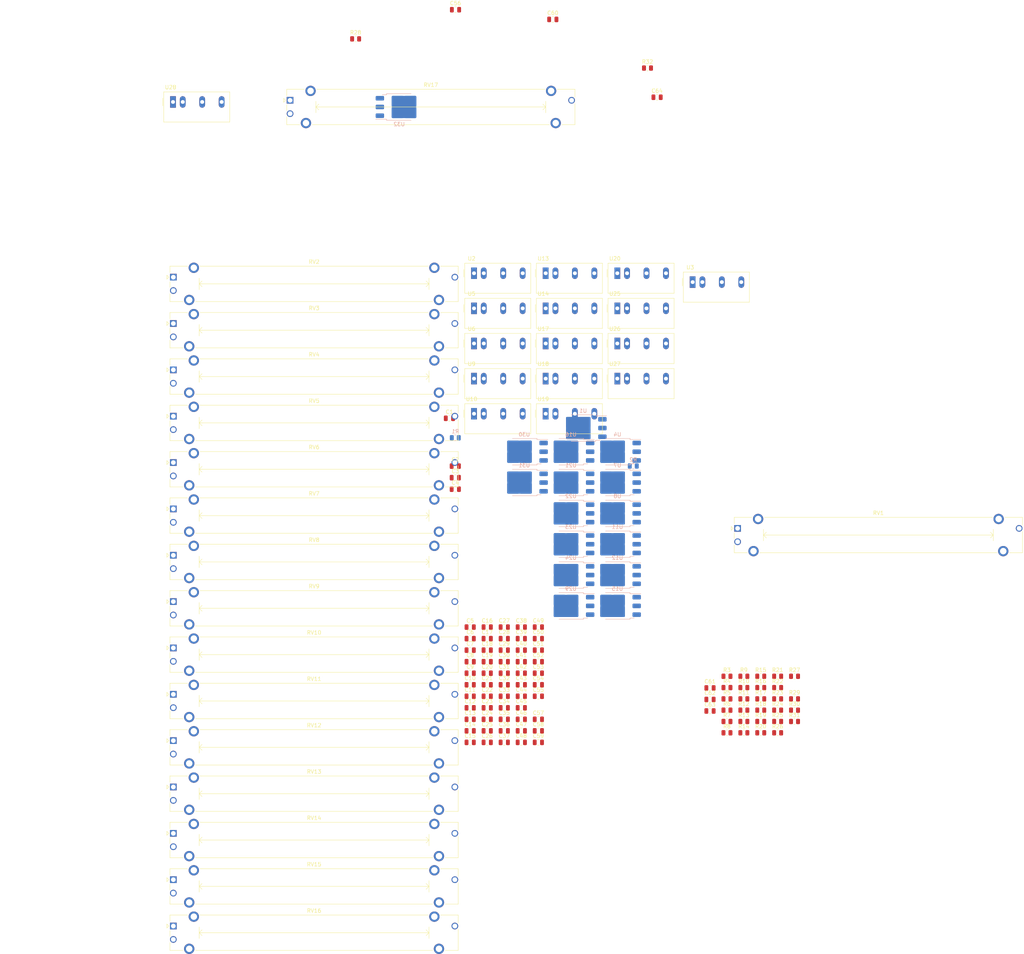
<source format=kicad_pcb>
(kicad_pcb (version 20221018) (generator pcbnew)
  (layers (0 "F.Cu" signal) (31 "B.Cu" signal) (34 "B.Paste" user) (35 "F.Paste" user) (36 "B.SilkS" user "B.Silkscreen") (37 "F.SilkS" user "F.Silkscreen") (38 "B.Mask" user) (39 "F.Mask" user) (44 "Edge.Cuts" user))
  (net 0 "")
  (net 1 "Net-(U1-VI)")
  (net 2 "Net-(U1-GND)")
  (net 3 "12V")
  (net 4 "GND")
  (net 5 "CT12")
  (net 6 "CT13")
  (net 7 "Net-(U2-+VOUT)")
  (net 8 "Net-(U4-GND)")
  (net 9 "CT14")
  (net 10 "Net-(U5-+VOUT)")
  (net 11 "CT15")
  (net 12 "Net-(U6-+VOUT)")
  (net 13 "Net-(U7-GND)")
  (net 14 "Net-(U8-GND)")
  (net 15 "CT16")
  (net 16 "Net-(U11-VI)")
  (net 17 "CT7")
  (net 18 "Net-(U10-+VOUT)")
  (net 19 "CT6")
  (net 20 "Net-(U11-GND)")
  (net 21 "Net-(U12-GND)")
  (net 22 "CT8")
  (net 23 "Net-(U13-+VOUT)")
  (net 24 "CT5")
  (net 25 "Net-(U14-+VOUT)")
  (net 26 "CT4")
  (net 27 "Net-(U15-GND)")
  (net 28 "Net-(U16-GND)")
  (net 29 "Net-(U17-+VOUT)")
  (net 30 "CT11")
  (net 31 "Net-(U18-+VOUT)")
  (net 32 "CT10")
  (net 33 "Net-(U19-+VOUT)")
  (net 34 "CT9")
  (net 35 "Net-(U20-+VOUT)")
  (net 36 "Net-(U21-GND)")
  (net 37 "Net-(U22-GND)")
  (net 38 "Net-(U23-GND)")
  (net 39 "Net-(U24-GND)")
  (net 40 "Net-(U25-+VOUT)")
  (net 41 "CT3")
  (net 42 "Net-(U26-+VOUT)")
  (net 43 "CT2")
  (net 44 "Net-(U27-+VOUT)")
  (net 45 "CT1")
  (net 46 "Net-(U28-+VOUT)")
  (net 47 "Net-(U28--VOUT)")
  (net 48 "Net-(U29-GND)")
  (net 49 "Net-(U30-GND)")
  (net 50 "Net-(U31-GND)")
  (net 51 "Net-(U32-GND)")
  (footprint "Capacitor_SMD:C_0805_2012Metric" (layer "F.Cu") (at 94.32 117.345)
    (fp_text reference "C9" (at 0 -1.68) (layer "F.SilkS"))
    (fp_text value "C_0805")
    (pad "1" smd roundrect (at -0.95 0) (size 1 1.45) (layers "F.Cu" "F.Paste" "F.Mask") (net 3 "12V"))
    (pad "2" smd roundrect (at 0.95 0) (size 1 1.45) (layers "F.Cu" "F.Paste" "F.Mask") (net 4 "GND"))
  )
  (footprint "Capacitor_SMD:C_0805_2012Metric" (layer "F.Cu") (at 103.22 105.305)
    (fp_text reference "C27" (at 0 -1.68) (layer "F.SilkS"))
    (fp_text value "C_0805")
    (pad "1" smd roundrect (at -0.95 0) (size 1 1.45) (layers "F.Cu" "F.Paste" "F.Mask") (net 23 "Net-(U13-+VOUT)"))
    (pad "2" smd roundrect (at 0.95 0) (size 1 1.45) (layers "F.Cu" "F.Paste" "F.Mask") (net 24 "CT5"))
  )
  (footprint "Capacitor_SMD:C_0805_2012Metric" (layer "F.Cu") (at 103.22 126.375)
    (fp_text reference "C34" (at 0 -1.68) (layer "F.SilkS"))
    (fp_text value "C_0805")
    (pad "1" smd roundrect (at -0.95 0) (size 1 1.45) (layers "F.Cu" "F.Paste" "F.Mask") (net 3 "12V"))
    (pad "2" smd roundrect (at 0.95 0) (size 1 1.45) (layers "F.Cu" "F.Paste" "F.Mask") (net 4 "GND"))
  )
  (footprint "Resistor_SMD:R_0805_2012Metric" (layer "F.Cu") (at 165.77 124.05)
    (fp_text reference "R11" (at 0 -1.65) (layer "F.SilkS"))
    (fp_text value "R_0805")
    (pad "1" smd roundrect (at -0.9125 0) (size 1.025 1.4) (layers "F.Cu" "F.Paste" "F.Mask") (roundrect_rratio 0.243902) (net 22 "CT8"))
    (pad "2" smd roundrect (at 0.9125 0) (size 1.025 1.4) (layers "F.Cu" "F.Paste" "F.Mask") (roundrect_rratio 0.243902) (net 20 "Net-(U11-GND)"))
  )
  (footprint "Capacitor_SMD:C_0805_2012Metric" (layer "F.Cu") (at 107.67 111.325)
    (fp_text reference "C40" (at 0 -1.68) (layer "F.SilkS"))
    (fp_text value "C_0805")
    (pad "1" smd roundrect (at -0.95 0) (size 1 1.45) (layers "F.Cu" "F.Paste" "F.Mask") (net 35 "Net-(U20-+VOUT)"))
    (pad "2" smd roundrect (at 0.95 0) (size 1 1.45) (layers "F.Cu" "F.Paste" "F.Mask") (net 22 "CT8"))
  )
  (footprint "Capacitor_SMD:C_0805_2012Metric" (layer "F.Cu") (at 94.32 114.335)
    (fp_text reference "C8" (at 0 -1.68) (layer "F.SilkS"))
    (fp_text value "C_0805")
    (pad "1" smd roundrect (at -0.95 0) (size 1 1.45) (layers "F.Cu" "F.Paste" "F.Mask") (net 9 "CT14"))
    (pad "2" smd roundrect (at 0.95 0) (size 1 1.45) (layers "F.Cu" "F.Paste" "F.Mask") (net 6 "CT13"))
  )
  (footprint "Resistor_SMD:R_0805_2012Metric" (layer "F.Cu") (at 170.18 132.9)
    (fp_text reference "R20" (at 0 -1.65) (layer "F.SilkS"))
    (fp_text value "R_0805")
    (pad "1" smd roundrect (at -0.9125 0) (size 1.025 1.4) (layers "F.Cu" "F.Paste" "F.Mask") (roundrect_rratio 0.243902) (net 35 "Net-(U20-+VOUT)"))
    (pad "2" smd roundrect (at 0.9125 0) (size 1.025 1.4) (layers "F.Cu" "F.Paste" "F.Mask") (roundrect_rratio 0.243902) (net 22 "CT8"))
  )
  (footprint "Capacitor_SMD:C_0805_2012Metric" (layer "F.Cu") (at 90.435 66.29)
    (fp_text reference "C3" (at 0 -1.68) (layer "F.SilkS"))
    (fp_text value "C_0805")
    (pad "1" smd roundrect (at -0.95 0) (size 1 1.45) (layers "F.Cu" "F.Paste" "F.Mask") (net 6 "CT13"))
    (pad "2" smd roundrect (at 0.95 0) (size 1 1.45) (layers "F.Cu" "F.Paste" "F.Mask") (net 5 "CT12"))
  )
  (footprint "Capacitor_SMD:C_0805_2012Metric" (layer "F.Cu") (at 98.77 111.325)
    (fp_text reference "C18" (at 0 -1.68) (layer "F.SilkS"))
    (fp_text value "C_0805")
    (pad "1" smd roundrect (at -0.95 0) (size 1 1.45) (layers "F.Cu" "F.Paste" "F.Mask") (net 3 "12V"))
    (pad "2" smd roundrect (at 0.95 0) (size 1 1.45) (layers "F.Cu" "F.Paste" "F.Mask") (net 4 "GND"))
  )
  (footprint "Resistor_SMD:R_0805_2012Metric" (layer "F.Cu") (at 170.18 127)
    (fp_text reference "R18" (at 0 -1.65) (layer "F.SilkS"))
    (fp_text value "R_0805")
    (pad "1" smd roundrect (at -0.9125 0) (size 1.025 1.4) (layers "F.Cu" "F.Paste" "F.Mask") (roundrect_rratio 0.243902) (net 31 "Net-(U18-+VOUT)"))
    (pad "2" smd roundrect (at 0.9125 0) (size 1.025 1.4) (layers "F.Cu" "F.Paste" "F.Mask") (roundrect_rratio 0.243902) (net 32 "CT10"))
  )
  (footprint "Capacitor_SMD:C_0805_2012Metric" (layer "F.Cu") (at 103.22 111.325)
    (fp_text reference "C29" (at 0 -1.68) (layer "F.SilkS"))
    (fp_text value "C_0805")
    (pad "1" smd roundrect (at -0.95 0) (size 1 1.45) (layers "F.Cu" "F.Paste" "F.Mask") (net 27 "Net-(U15-GND)"))
    (pad "2" smd roundrect (at 0.95 0) (size 1 1.45) (layers "F.Cu" "F.Paste" "F.Mask") (net 24 "CT5"))
  )
  (footprint "Capacitor_SMD:C_0805_2012Metric" (layer "F.Cu") (at 107.67 132.395)
    (fp_text reference "C47" (at 0 -1.68) (layer "F.SilkS"))
    (fp_text value "C_0805")
    (pad "1" smd roundrect (at -0.95 0) (size 1 1.45) (layers "F.Cu" "F.Paste" "F.Mask") (net 32 "CT10"))
    (pad "2" smd roundrect (at 0.95 0) (size 1 1.45) (layers "F.Cu" "F.Paste" "F.Mask") (net 34 "CT9"))
  )
  (footprint "Resistor_SMD:R_0805_2012Metric" (layer "F.Cu") (at 174.59 127)
    (fp_text reference "R24" (at 0 -1.65) (layer "F.SilkS"))
    (fp_text value "R_0805")
    (pad "1" smd roundrect (at -0.9125 0) (size 1.025 1.4) (layers "F.Cu" "F.Paste" "F.Mask") (roundrect_rratio 0.243902) (net 34 "CT9"))
    (pad "2" smd roundrect (at 0.9125 0) (size 1.025 1.4) (layers "F.Cu" "F.Paste" "F.Mask") (roundrect_rratio 0.243902) (net 39 "Net-(U24-GND)"))
  )
  (footprint "Capacitor_SMD:C_0805_2012Metric" (layer "F.Cu") (at 107.67 117.345)
    (fp_text reference "C42" (at 0 -1.68) (layer "F.SilkS"))
    (fp_text value "C_0805")
    (pad "1" smd roundrect (at -0.95 0) (size 1 1.45) (layers "F.Cu" "F.Paste" "F.Mask") (net 37 "Net-(U22-GND)"))
    (pad "2" smd roundrect (at 0.95 0) (size 1 1.45) (layers "F.Cu" "F.Paste" "F.Mask") (net 32 "CT10"))
  )
  (footprint "Capacitor_SMD:C_0805_2012Metric" (layer "F.Cu") (at 88.9 50.8)
    (fp_text reference "C1" (at 0 -1.68) (layer "F.SilkS"))
    (fp_text value "C_0805")
    (pad "1" smd roundrect (at -0.95 0) (size 1 1.45) (layers "F.Cu" "F.Paste" "F.Mask") (net 1 "Net-(U1-VI)"))
    (pad "2" smd roundrect (at 0.95 0) (size 1 1.45) (layers "F.Cu" "F.Paste" "F.Mask") (net 5 "CT12"))
  )
  (footprint "Capacitor_SMD:C_0805_2012Metric" (layer "F.Cu") (at 107.67 126.375)
    (fp_text reference "C45" (at 0 -1.68) (layer "F.SilkS"))
    (fp_text value "C_0805")
    (pad "1" smd roundrect (at -0.95 0) (size 1 1.45) (layers "F.Cu" "F.Paste" "F.Mask") (net 5 "CT12"))
    (pad "2" smd roundrect (at 0.95 0) (size 1 1.45) (layers "F.Cu" "F.Paste" "F.Mask") (net 30 "CT11"))
  )
  (footprint "Converter_DCDC:Converter_DCDC_TRACO_TMR-1-xxxx_Single_THT" (layer "F.Cu") (at 132.735 12.925)
    (fp_text reference "U20" (at -0.63 -3.83) (layer "F.SilkS"))
    (fp_text value "TMR_1-0513")
    (pad "1" thru_hole rect (at 0 0) (size 1.5 3) (drill 1) (layers "*.Cu" "*.Mask") (net 4 "GND"))
    (pad "2" thru_hole oval (at 2.54 0) (size 1.5 3) (drill 1) (layers "*.Cu" "*.Mask") (net 3 "12V"))
    (pad "4" thru_hole oval (at 7.62 0) (size 1.5 3) (drill 1) (layers "*.Cu" "*.Mask") (net 35 "Net-(U20-+VOUT)"))
    (pad "6" thru_hole oval (at 12.7 0) (size 1.5 3) (drill 1) (layers "*.Cu" "*.Mask") (net 22 "CT8"))
  )
  (footprint "PCM_Potentiometer_THT_AKL:Potentiometer_Bourns_PTA6043_Single_Slide" (layer "F.Cu") (at 16.82 122.85)
    (fp_text reference "RV11" (at 36.75 -4) (layer "F.SilkS"))
    (fp_text value "R_Potentiometer" hide)
    (pad "1" thru_hole rect (at 0 0) (size 1.75 1.75) (drill 1.2) (layers "*.Cu" "*.Mask") (net 38 "Net-(U23-GND)"))
    (pad "2" thru_hole circle (at 0 3.5) (size 1.75 1.75) (drill 1.2) (layers "*.Cu" "*.Mask") (net 34 "CT9"))
    (pad "3" thru_hole circle (at 73.5 0) (size 1.75 1.75) (drill 1.2) (layers "*.Cu" "*.Mask") (net 34 "CT9"))
    (pad "MP" thru_hole circle (at 4.15 5.95) (size 2.7 2.7) (drill 1.7) (layers "*.Cu" "*.Mask"))
    (pad "MP" thru_hole circle (at 5.35 -2.45) (size 2.7 2.7) (drill 1.7) (layers "*.Cu" "*.Mask"))
    (pad "MP" thru_hole circle (at 68.15 -2.45) (size 2.7 2.7) (drill 1.7) (layers "*.Cu" "*.Mask"))
    (pad "MP" thru_hole circle (at 69.35 5.95) (size 2.7 2.7) (drill 1.7) (layers "*.Cu" "*.Mask"))
  )
  (footprint "Capacitor_SMD:C_0805_2012Metric" (layer "F.Cu") (at 107.67 129.385)
    (fp_text reference "C46" (at 0 -1.68) (layer "F.SilkS"))
    (fp_text value "C_0805")
    (pad "1" smd roundrect (at -0.95 0) (size 1 1.45) (layers "F.Cu" "F.Paste" "F.Mask") (net 30 "CT11"))
    (pad "2" smd roundrect (at 0.95 0) (size 1 1.45) (layers "F.Cu" "F.Paste" "F.Mask") (net 32 "CT10"))
  )
  (footprint "Capacitor_SMD:C_0805_2012Metric" (layer "F.Cu") (at 103.22 120.355)
    (fp_text reference "C32" (at 0 -1.68) (layer "F.SilkS"))
    (fp_text value "C_0805")
    (pad "1" smd roundrect (at -0.95 0) (size 1 1.45) (layers "F.Cu" "F.Paste" "F.Mask") (net 24 "CT5"))
    (pad "2" smd roundrect (at 0.95 0) (size 1 1.45) (layers "F.Cu" "F.Paste" "F.Mask") (net 26 "CT4"))
  )
  (footprint "Resistor_SMD:R_0805_2012Metric" (layer "F.Cu") (at 165.77 118.15)
    (fp_text reference "R9" (at 0 -1.65) (layer "F.SilkS"))
    (fp_text value "R_0805")
    (pad "1" smd roundrect (at -0.9125 0) (size 1.025 1.4) (layers "F.Cu" "F.Paste" "F.Mask") (roundrect_rratio 0.243902) (net 16 "Net-(U11-VI)"))
    (pad "2" smd roundrect (at 0.9125 0) (size 1.025 1.4) (layers "F.Cu" "F.Paste" "F.Mask") (roundrect_rratio 0.243902) (net 17 "CT7"))
  )
  (footprint "PCM_Potentiometer_THT_AKL:Potentiometer_Bourns_PTA6043_Single_Slide" (layer "F.Cu") (at 16.82 134.95)
    (fp_text reference "RV12" (at 36.75 -4) (layer "F.SilkS"))
    (fp_text value "R_Potentiometer" hide)
    (pad "1" thru_hole rect (at 0 0) (size 1.75 1.75) (drill 1.2) (layers "*.Cu" "*.Mask") (net 39 "Net-(U24-GND)"))
    (pad "2" thru_hole circle (at 0 3.5) (size 1.75 1.75) (drill 1.2) (layers "*.Cu" "*.Mask") (net 22 "CT8"))
    (pad "3" thru_hole circle (at 73.5 0) (size 1.75 1.75) (drill 1.2) (layers "*.Cu" "*.Mask") (net 22 "CT8"))
    (pad "MP" thru_hole circle (at 4.15 5.95) (size 2.7 2.7) (drill 1.7) (layers "*.Cu" "*.Mask"))
    (pad "MP" thru_hole circle (at 5.35 -2.45) (size 2.7 2.7) (drill 1.7) (layers "*.Cu" "*.Mask"))
    (pad "MP" thru_hole circle (at 68.15 -2.45) (size 2.7 2.7) (drill 1.7) (layers "*.Cu" "*.Mask"))
    (pad "MP" thru_hole circle (at 69.35 5.95) (size 2.7 2.7) (drill 1.7) (layers "*.Cu" "*.Mask"))
  )
  (footprint "Capacitor_SMD:C_0805_2012Metric" (layer "F.Cu") (at 98.77 117.345)
    (fp_text reference "C20" (at 0 -1.68) (layer "F.SilkS"))
    (fp_text value "C_0805")
    (pad "1" smd roundrect (at -0.95 0) (size 1 1.45) (layers "F.Cu" "F.Paste" "F.Mask") (net 18 "Net-(U10-+VOUT)"))
    (pad "2" smd roundrect (at 0.95 0) (size 1 1.45) (layers "F.Cu" "F.Paste" "F.Mask") (net 19 "CT6"))
  )
  (footprint "Capacitor_SMD:C_0805_2012Metric" (layer "F.Cu") (at 107.67 108.315)
    (fp_text reference "C39" (at 0 -1.68) (layer "F.SilkS"))
    (fp_text value "C_0805")
    (pad "1" smd roundrect (at -0.95 0) (size 1 1.45) (layers "F.Cu" "F.Paste" "F.Mask") (net 33 "Net-(U19-+VOUT)"))
    (pad "2" smd roundrect (at 0.95 0) (size 1 1.45) (layers "F.Cu" "F.Paste" "F.Mask") (net 34 "CT9"))
  )
  (footprint "Converter_DCDC:Converter_DCDC_TRACO_TMR-1-xxxx_Single_THT" (layer "F.Cu") (at 114.03 49.605)
    (fp_text reference "U19" (at -0.63 -3.83) (layer "F.SilkS"))
    (fp_text value "TMR_1-0513")
    (pad "1" thru_hole rect (at 0 0) (size 1.5 3) (drill 1) (layers "*.Cu" "*.Mask") (net 4 "GND"))
    (pad "2" thru_hole oval (at 2.54 0) (size 1.5 3) (drill 1) (layers "*.Cu" "*.Mask") (net 3 "12V"))
    (pad "4" thru_hole oval (at 7.62 0) (size 1.5 3) (drill 1) (layers "*.Cu" "*.Mask") (net 33 "Net-(U19-+VOUT)"))
    (pad "6" thru_hole oval (at 12.7 0) (size 1.5 3) (drill 1) (layers "*.Cu" "*.Mask") (net 34 "CT9"))
  )
  (footprint "Capacitor_SMD:C_0805_2012Metric" (layer "F.Cu") (at 98.77 129.385)
    (fp_text reference "C24" (at 0 -1.68) (layer "F.SilkS"))
    (fp_text value "C_0805")
    (pad "1" smd roundrect (at -0.95 0) (size 1 1.45) (layers "F.Cu" "F.Paste" "F.Mask") (net 17 "CT7"))
    (pad "2" smd roundrect (at 0.95 0) (size 1 1.45) (layers "F.Cu" "F.Paste" "F.Mask") (net 19 "CT6"))
  )
  (footprint "Capacitor_SMD:C_0805_2012Metric" (layer "F.Cu") (at 112.12 111.325)
    (fp_text reference "C51" (at 0 -1.68) (layer "F.SilkS"))
    (fp_text value "C_0805")
    (pad "1" smd roundrect (at -0.95 0) (size 1 1.45) (layers "F.Cu" "F.Paste" "F.Mask") (net 3 "12V"))
    (pad "2" smd roundrect (at 0.95 0) (size 1 1.45) (layers "F.Cu" "F.Paste" "F.Mask") (net 4 "GND"))
  )
  (footprint "Capacitor_SMD:C_0805_2012Metric" (layer "F.Cu") (at 98.77 114.335)
    (fp_text reference "C19" (at 0 -1.68) (layer "F.SilkS"))
    (fp_text value "C_0805")
    (pad "1" smd roundrect (at -0.95 0) (size 1 1.45) (layers "F.Cu" "F.Paste" "F.Mask") (net 16 "Net-(U11-VI)"))
    (pad "2" smd roundrect (at 0.95 0) (size 1 1.45) (layers "F.Cu" "F.Paste" "F.Mask") (net 17 "CT7"))
  )
  (footprint "Capacitor_SMD:C_0805_2012Metric" (layer "F.Cu") (at 98.77 120.355)
    (fp_text reference "C21" (at 0 -1.68) (layer "F.SilkS"))
    (fp_text value "C_0805")
    (pad "1" smd roundrect (at -0.95 0) (size 1 1.45) (layers "F.Cu" "F.Paste" "F.Mask") (net 20 "Net-(U11-GND)"))
    (pad "2" smd roundrect (at 0.95 0) (size 1 1.45) (layers "F.Cu" "F.Paste" "F.Mask") (net 17 "CT7"))
  )
  (footprint "Converter_DCDC:Converter_DCDC_TRACO_TMR-1-xxxx_Single_THT" (layer "F.Cu") (at 132.735 31.265)
    (fp_text reference "U26" (at -0.63 -3.83) (layer "F.SilkS"))
    (fp_text value "TMR_1-0513")
    (pad "1" thru_hole rect (at 0 0) (size 1.5 3) (drill 1) (layers "*.Cu" "*.Mask") (net 4 "GND"))
    (pad "2" thru_hole oval (at 2.54 0) (size 1.5 3) (drill 1) (layers "*.Cu" "*.Mask") (net 3 "12V"))
    (pad "4" thru_hole oval (at 7.62 0) (size 1.5 3) (drill 1) (layers "*.Cu" "*.Mask") (net 42 "Net-(U26-+VOUT)"))
    (pad "6" thru_hole oval (at 12.7 0) (size 1.5 3) (drill 1) (layers "*.Cu" "*.Mask") (net 43 "CT2"))
  )
  (footprint "PCM_Potentiometer_THT_AKL:Potentiometer_Bourns_PTA6043_Single_Slide" (layer "F.Cu") (at 16.82 147.05)
    (fp_text reference "RV13" (at 36.75 -4) (layer "F.SilkS"))
    (fp_text value "R_Potentiometer" hide)
    (pad "1" thru_hole rect (at 0 0) (size 1.75 1.75) (drill 1.2) (layers "*.Cu" "*.Mask") (net 48 "Net-(U29-GND)"))
    (pad "2" thru_hole circle (at 0 3.5) (size 1.75 1.75) (drill 1.2) (layers "*.Cu" "*.Mask") (net 41 "CT3"))
    (pad "3" thru_hole circle (at 73.5 0) (size 1.75 1.75) (drill 1.2) (layers "*.Cu" "*.Mask") (net 41 "CT3"))
    (pad "MP" thru_hole circle (at 4.15 5.95) (size 2.7 2.7) (drill 1.7) (layers "*.Cu" "*.Mask"))
    (pad "MP" thru_hole circle (at 5.35 -2.45) (size 2.7 2.7) (drill 1.7) (layers "*.Cu" "*.Mask"))
    (pad "MP" thru_hole circle (at 68.15 -2.45) (size 2.7 2.7) (drill 1.7) (layers "*.Cu" "*.Mask"))
    (pad "MP" thru_hole circle (at 69.35 5.95) (size 2.7 2.7) (drill 1.7) (layers "*.Cu" "*.Mask"))
  )
  (footprint "Capacitor_SMD:C_0805_2012Metric" (layer "F.Cu") (at 98.77 108.315)
    (fp_text reference "C17" (at 0 -1.68) (layer "F.SilkS"))
    (fp_text value "C_0805")
    (pad "1" smd roundrect (at -0.95 0) (size 1 1.45) (layers "F.Cu" "F.Paste" "F.Mask") (net 3 "12V"))
    (pad "2" smd roundrect (at 0.95 0) (size 1 1.45) (layers "F.Cu" "F.Paste" "F.Mask") (net 4 "GND"))
  )
  (footprint "Converter_DCDC:Converter_DCDC_TRACO_TMR-1-xxxx_Single_THT" (layer "F.Cu") (at 95.325 31.265)
    (fp_text reference "U6" (at -0.63 -3.83) (layer "F.SilkS"))
    (fp_text value "TMR_1-0513")
    (pad "1" thru_hole rect (at 0 0) (size 1.5 3) (drill 1) (layers "*.Cu" "*.Mask") (net 4 "GND"))
    (pad "2" thru_hole oval (at 2.54 0) (size 1.5 3) (drill 1) (layers "*.Cu" "*.Mask") (net 3 "12V"))
    (pad "4" thru_hole oval (at 7.62 0) (size 1.5 3) (drill 1) (layers "*.Cu" "*.Mask") (net 12 "Net-(U6-+VOUT)"))
    (pad "6" thru_hole oval (at 12.7 0) (size 1.5 3) (drill 1) (layers "*.Cu" "*.Mask") (net 9 "CT14"))
  )
  (footprint "Capacitor_SMD:C_0805_2012Metric" (layer "F.Cu") (at 107.67 123.365)
    (fp_text reference "C44" (at 0 -1.68) (layer "F.SilkS"))
    (fp_text value "C_0805")
    (pad "1" smd roundrect (at -0.95 0) (size 1 1.45) (layers "F.Cu" "F.Paste" "F.Mask") (net 39 "Net-(U24-GND)"))
    (pad "2" smd roundrect (at 0.95 0) (size 1 1.45) (layers "F.Cu" "F.Paste" "F.Mask") (net 22 "CT8"))
  )
  (footprint "PCM_Potentiometer_THT_AKL:Potentiometer_Bourns_PTA6043_Single_Slide" (layer "F.Cu") (at 16.82 159.15)
    (fp_text reference "RV14" (at 36.75 -4) (layer "F.SilkS"))
    (fp_text value "R_Potentiometer" hide)
    (pad "1" thru_hole rect (at 0 0) (size 1.75 1.75) (drill 1.2) (layers "*.Cu" "*.Mask") (net 49 "Net-(U30-GND)"))
    (pad "2" thru_hole circle (at 0 3.5) (size 1.75 1.75) (drill 1.2) (layers "*.Cu" "*.Mask") (net 43 "CT2"))
    (pad "3" thru_hole circle (at 73.5 0) (size 1.75 1.75) (drill 1.2) (layers "*.Cu" "*.Mask") (net 43 "CT2"))
    (pad "MP" thru_hole circle (at 4.15 5.95) (size 2.7 2.7) (drill 1.7) (layers "*.Cu" "*.Mask"))
    (pad "MP" thru_hole circle (at 5.35 -2.45) (size 2.7 2.7) (drill 1.7) (layers "*.Cu" "*.Mask"))
    (pad "MP" thru_hole circle (at 68.15 -2.45) (size 2.7 2.7) (drill 1.7) (layers "*.Cu" "*.Mask"))
    (pad "MP" thru_hole circle (at 69.35 5.95) (size 2.7 2.7) (drill 1.7) (layers "*.Cu" "*.Mask"))
  )
  (footprint "Converter_DCDC:Converter_DCDC_TRACO_TMR-1-xxxx_Single_THT" (layer "F.Cu") (at 95.325 49.605)
    (fp_text reference "U10" (at -0.63 -3.83) (layer "F.SilkS"))
    (fp_text value "TMR_1-0513")
    (pad "1" thru_hole rect (at 0 0) (size 1.5 3) (drill 1) (layers "*.Cu" "*.Mask") (net 4 "GND"))
    (pad "2" thru_hole oval (at 2.54 0) (size 1.5 3) (drill 1) (layers "*.Cu" "*.Mask") (net 3 "12V"))
    (pad "4" thru_hole oval (at 7.62 0) (size 1.5 3) (drill 1) (layers "*.Cu" "*.Mask") (net 18 "Net-(U10-+VOUT)"))
    (pad "6" thru_hole oval (at 12.7 0) (size 1.5 3) (drill 1) (layers "*.Cu" "*.Mask") (net 19 "CT6"))
  )
  (footprint "Capacitor_SMD:C_0805_2012Metric" (layer "F.Cu") (at 112.12 132.395)
    (fp_text reference "C58" (at 0 -1.68) (layer "F.SilkS"))
    (fp_text value "C_0805")
    (pad "1" smd roundrect (at -0.95 0) (size 1 1.45) (layers "F.Cu" "F.Paste" "F.Mask") (net 49 "Net-(U30-GND)"))
    (pad "2" smd roundrect (at 0.95 0) (size 1 1.45) (layers "F.Cu" "F.Paste" "F.Mask") (net 43 "CT2"))
  )
  (footprint "Capacitor_SMD:C_0805_2012Metric" (layer "F.Cu") (at 107.67 105.305)
    (fp_text reference "C38" (at 0 -1.68) (layer "F.SilkS"))
    (fp_text value "C_0805")
    (pad "1" smd roundrect (at -0.95 0) (size 1 1.45) (layers "F.Cu" "F.Paste" "F.Mask") (net 31 "Net-(U18-+VOUT)"))
    (pad "2" smd roundrect (at 0.95 0) (size 1 1.45) (layers "F.Cu" "F.Paste" "F.Mask") (net 32 "CT10"))
  )
  (footprint "Capacitor_SMD:C_0805_2012Metric" (layer "F.Cu") (at 112.12 135.405)
    (fp_text reference "C59" (at 0 -1.68) (layer "F.SilkS"))
    (fp_text value "C_0805")
    (pad "1" smd roundrect (at -0.95 0) (size 1 1.45) (layers "F.Cu" "F.Paste" "F.Mask") (net 50 "Net-(U31-GND)"))
    (pad "2" smd roundrect (at 0.95 0) (size 1 1.45) (layers "F.Cu" "F.Paste" "F.Mask") (net 45 "CT1"))
  )
  (footprint "Capacitor_SMD:C_0805_2012Metric" (layer "F.Cu") (at 112.12 108.315)
    (fp_text reference "C50" (at 0 -1.68) (layer "F.SilkS"))
    (fp_text value "C_0805")
    (pad "1" smd roundrect (at -0.95 0) (size 1 1.45) (layers "F.Cu" "F.Paste" "F.Mask") (net 3 "12V"))
    (pad "2" smd roundrect (at 0.95 0) (size 1 1.45) (layers "F.Cu" "F.Paste" "F.Mask") (net 4 "GND"))
  )
  (footprint "PCM_Potentiometer_THT_AKL:Potentiometer_Bourns_PTA6043_Single_Slide" (layer "F.Cu") (at 16.82 38.15)
    (fp_text reference "RV4" (at 36.75 -4) (layer "F.SilkS"))
    (fp_text value "R_Potentiometer" hide)
    (pad "1" thru_hole rect (at 0 0) (size 1.75 1.75) (drill 1.2) (layers "*.Cu" "*.Mask") (net 14 "Net-(U8-GND)"))
    (pad "2" thru_hole circle (at 0 3.5) (size 1.75 1.75) (drill 1.2) (layers "*.Cu" "*.Mask") (net 9 "CT14"))
    (pad "3" thru_hole circle (at 73.5 0) (size 1.75 1.75) (drill 1.2) (layers "*.Cu" "*.Mask") (net 9 "CT14"))
    (pad "MP" thru_hole circle (at 4.15 5.95) (size 2.7 2.7) (drill 1.7) (layers "*.Cu" "*.Mask"))
    (pad "MP" thru_hole circle (at 5.35 -2.45) (size 2.7 2.7) (drill 1.7) (layers "*.Cu" "*.Mask"))
    (pad "MP" thru_hole circle (at 68.15 -2.45) (size 2.7 2.7) (drill 1.7) (layers "*.Cu" "*.Mask"))
    (pad "MP" thru_hole circle (at 69.35 5.95) (size 2.7 2.7) (drill 1.7) (layers "*.Cu" "*.Mask"))
  )
  (footprint "PCM_Potentiometer_THT_AKL:Potentiometer_Bourns_PTA6043_Single_Slide" (layer "F.Cu") (at 16.82 183.35)
    (fp_text reference "RV16" (at 36.75 -4) (layer "F.SilkS"))
    (fp_text value "R_Potentiometer" hide)
    (pad "1" thru_hole rect (at 0 0) (size 1.75 1.75) (drill 1.2) (layers "*.Cu" "*.Mask") (net 51 "Net-(U32-GND)"))
    (pad "2" thru_hole circle (at 0 3.5) (size 1.75 1.75) (drill 1.2) (layers "*.Cu" "*.Mask") (net 47 "Net-(U28--VOUT)"))
    (pad "3" thru_hole circle (at 73.5 0) (size 1.75 1.75) (drill 1.2) (layers "*.Cu" "*.Mask") (net 47 "Net-(U28--VOUT)"))
    (pad "MP" thru_hole circle (at 4.15 5.95) (size 2.7 2.7) (drill 1.7) (layers "*.Cu" "*.Mask"))
    (pad "MP" thru_hole circle (at 5.35 -2.45) (size 2.7 2.7) (drill 1.7) (layers "*.Cu" "*.Mask"))
    (pad "MP" thru_hole circle (at 68.15 -2.45) (size 2.7 2.7) (drill 1.7) (layers "*.Cu" "*.Mask"))
    (pad "MP" thru_hole circle (at 69.35 5.95) (size 2.7 2.7) (drill 1.7) (layers "*.Cu" "*.Mask"))
  )
  (footprint "Capacitor_SMD:C_0805_2012Metric" (layer "F.Cu") (at 94.32 123.365)
    (fp_text reference "C11" (at 0 -1.68) (layer "F.SilkS"))
    (fp_text value "C_0805")
    (pad "1" smd roundrect (at -0.95 0) (size 1 1.45) (layers "F.Cu" "F.Paste" "F.Mask") (net 10 "Net-(U5-+VOUT)"))
    (pad "2" smd roundrect (at 0.95 0) (size 1 1.45) (layers "F.Cu" "F.Paste" "F.Mask") (net 11 "CT15"))
  )
  (footprint "Capacitor_SMD:C_0805_2012Metric" (layer "F.Cu") (at 103.22 117.345)
    (fp_text reference "C31" (at 0 -1.68) (layer "F.SilkS"))
    (fp_text value "C_0805")
    (pad "1" smd roundrect (at -0.95 0) (size 1 1.45) (layers "F.Cu" "F.Paste" "F.Mask") (net 19 "CT6"))
    (pad "2" smd roundrect (at 0.95 0) (size 1 1.45) (layers "F.Cu" "F.Paste" "F.Mask") (net 24 "CT5"))
  )
  (footprint "Capacitor_SMD:C_0805_2012Metric" (layer "F.Cu") (at 112.12 129.385)
    (fp_text reference "C57" (at 0 -1.68) (layer "F.SilkS"))
    (fp_text value "C_0805")
    (pad "1" smd roundrect (at -0.95 0) (size 1 1.45) (layers "F.Cu" "F.Paste" "F.Mask") (net 48 "Net-(U29-GND)"))
    (pad "2" smd roundrect (at 0.95 0) (size 1 1.45) (layers "F.Cu" "F.Paste" "F.Mask") (net 41 "CT3"))
  )
  (footprint "Resistor_SMD:R_0805_2012Metric" (layer "F.Cu") (at 174.59 124.05)
    (fp_text reference "R23" (at 0 -1.65) (layer "F.SilkS"))
    (fp_text value "R_0805")
    (pad "1" smd roundrect (at -0.9125 0) (size 1.025 1.4) (layers "F.Cu" "F.Paste" "F.Mask") (roundrect_rratio 0.243902) (net 32 "CT10"))
    (pad "2" smd roundrect (at 0.9125 0) (size 1.025 1.4) (layers "F.Cu" "F.Paste" "F.Mask") (roundrect_rratio 0.243902) (net 38 "Net-(U23-GND)"))
  )
  (footprint "Resistor_SMD:R_0805_2012Metric" (layer "F.Cu") (at 165.77 132.9)
    (fp_text reference "R14" (at 0 -1.65) (layer "F.SilkS"))
    (fp_text value "R_0805")
    (pad "1" smd roundrect (at -0.9125 0) (size 1.025 1.4) (layers "F.Cu" "F.Paste" "F.Mask") (roundrect_rratio 0.243902) (net 25 "Net-(U14-+VOUT)"))
    (pad "2" smd roundrect (at 0.9125 0) (size 1.025 1.4) (layers "F.Cu" "F.Paste" "F.Mask") (roundrect_rratio 0.243902) (net 26 "CT4"))
  )
  (footprint "Resistor_SMD:R_0805_2012Metric" (layer "F.Cu") (at 161.36 121.1)
    (fp_text reference "R4" (at 0 -1.65) (layer "F.SilkS"))
    (fp_text value "R_0805")
    (pad "1" smd roundrect (at -0.9125 0) (size 1.025 1.4) (layers "F.Cu" "F.Paste" "F.Mask") (roundrect_rratio 0.243902) (net 9 "CT14"))
    (pad "2" smd roundrect (at 0.9125 0) (size 1.025 1.4) (layers "F.Cu" "F.Paste" "F.Mask") (roundrect_rratio 0.243902) (net 8 "Net-(U4-GND)"))
  )
  (footprint "Resistor_SMD:R_0805_2012Metric" (layer "F.Cu") (at 64.4125 -48.26)
    (fp_text reference "R28" (at 0 -1.65) (layer "F.SilkS"))
    (fp_text value "R_0805")
    (pad "1" smd roundrect (at -0.9125 0) (size 1.025 1.4) (layers "F.Cu" "F.Paste" "F.Mask") (roundrect_rratio 0.243902) (net 46 "Net-(U28-+VOUT)"))
    (pad "2" smd roundrect (at 0.9125 0) (size 1.025 1.4) (layers "F.Cu" "F.Paste" "F.Mask") (roundrect_rratio 0.243902) (net 47 "Net-(U28--VOUT)"))
  )
  (footprint "Resistor_SMD:R_0805_2012Metric" (layer "F.Cu") (at 179 129.95)
    (fp_text reference "R31" (at 0 -1.65) (layer "F.SilkS"))
    (fp_text value "R_0805")
    (pad "1" smd roundrect (at -0.9125 0) (size 1.025 1.4) (layers "F.Cu" "F.Paste" "F.Mask") (roundrect_rratio 0.243902) (net 43 "CT2"))
    (pad "2" smd roundrect (at 0.9125 0) (size 1.025 1.4) (layers "F.Cu" "F.Paste" "F.Mask") (roundrect_rratio 0.243902) (net 50 "Net-(U31-GND)"))
  )
  (footprint "Resistor_SMD:R_0805_2012Metric" (layer "F.Cu") (at 161.36 127)
    (fp_text reference "R6" (at 0 -1.65) (layer "F.SilkS"))
    (fp_text value "R_0805")
    (pad "1" smd roundrect (at -0.9125 0) (size 1.025 1.4) (layers "F.Cu" "F.Paste" "F.Mask") (roundrect_rratio 0.243902) (net 12 "Net-(U6-+VOUT)"))
    (pad "2" smd roundrect (at 0.9125 0) (size 1.025 1.4) (layers "F.Cu" "F.Paste" "F.Mask") (roundrect_rratio 0.243902) (net 9 "CT14"))
  )
  (footprint "Capacitor_SMD:C_0805_2012Metric" (layer "F.Cu") (at 103.22 114.335)
    (fp_text reference "C30" (at 0 -1.68) (layer "F.SilkS"))
    (fp_text value "C_0805")
    (pad "1" smd roundrect (at -0.95 0) (size 1 1.45) (layers "F.Cu" "F.Paste" "F.Mask") (net 28 "Net-(U16-GND)"))
    (pad "2" smd roundrect (at 0.95 0) (size 1 1.45) (layers "F.Cu" "F.Paste" "F.Mask") (net 26 "CT4"))
  )
  (footprint "Capacitor_SMD:C_0805_2012Metric" (layer "F.Cu") (at 98.77 105.305)
    (fp_text reference "C16" (at 0 -1.68) (layer "F.SilkS"))
    (fp_text value "C_0805")
    (pad "1" smd roundrect (at -0.95 0) (size 1 1.45) (layers "F.Cu" "F.Paste" "F.Mask") (net 11 "CT15"))
    (pad "2" smd roundrect (at 0.95 0) (size 1 1.45) (layers "F.Cu" "F.Paste" "F.Mask") (net 9 "CT14"))
  )
  (footprint "Resistor_SMD:R_0805_2012Metric" (layer "F.Cu") (at 179 127)
    (fp_text reference "R30" (at 0 -1.65) (layer "F.SilkS"))
    (fp_text value "R_0805")
    (pad "1" smd roundrect (at -0.9125 0) (size 1.025 1.4) (layers "F.Cu" "F.Paste" "F.Mask") (roundrect_rratio 0.243902) (net 41 "CT3"))
    (pad "2" smd roundrect (at 0.9125 0) (size 1.025 1.4) (layers "F.Cu" "F.Paste" "F.Mask") (roundrect_rratio 0.243902) (net 49 "Net-(U30-GND)"))
  )
  (footprint "Capacitor_SMD:C_0805_2012Metric" (layer "F.Cu") (at 94.32 111.325)
    (fp_text reference "C7" (at 0 -1.68) (layer "F.SilkS"))
    (fp_text value "C_0805")
    (pad "1" smd roundrect (at -0.95 0) (size 1 1.45) (layers "F.Cu" "F.Paste" "F.Mask") (net 8 "Net-(U4-GND)"))
    (pad "2" smd roundrect (at 0.95 0) (size 1 1.45) (layers "F.Cu" "F.Paste" "F.Mask") (net 6 "CT13"))
  )
  (footprint "Capacitor_SMD:C_0805_2012Metric" (layer "F.Cu") (at 103.22 135.405)
    (fp_text reference "C37" (at 0 -1.68) (layer "F.SilkS"))
    (fp_text value "C_0805")
    (pad "1" smd roundrect (at -0.95 0) (size 1 1.45) (layers "F.Cu" "F.Paste" "F.Mask") (net 29 "Net-(U17-+VOUT)"))
    (pad "2" smd roundrect (at 0.95 0) (size 1 1.45) (layers "F.Cu" "F.Paste" "F.Mask") (net 30 "CT11"))
  )
  (footprint "Capacitor_SMD:C_0805_2012Metric" (layer "F.Cu") (at 90.435 63.28)
    (fp_text reference "C2" (at 0 -1.68) (layer "F.SilkS"))
    (fp_text value "C_0805")
    (pad "1" smd roundrect (at -0.95 0) (size 1 1.45) (layers "F.Cu" "F.Paste" "F.Mask") (net 2 "Net-(U1-GND)"))
    (pad "2" smd roundrect (at 0.95 0) (size 1 1.45) (layers "F.Cu" "F.Paste" "F.Mask") (net 5 "CT12"))
  )
  (footprint "Capacitor_SMD:C_0805_2012Metric" (layer "F.Cu") (at 103.22 132.395)
    (fp_text reference "C36" (at 0 -1.68) (layer "F.SilkS"))
    (fp_text value "C_0805")
    (pad "1" smd roundrect (at -0.95 0) (size 1 1.45) (layers "F.Cu" "F.Paste" "F.Mask") (net 3 "12V"))
    (pad "2" smd roundrect (at 0.95 0) (size 1 1.45) (layers "F.Cu" "F.Paste" "F.Mask") (net 4 "GND"))
  )
  (footprint "PCM_Potentiometer_THT_AKL:Potentiometer_Bourns_PTA6043_Single_Slide" (layer "F.Cu") (at 47.3 -32.23)
    (fp_text reference "RV17" (at 36.75 -4) (layer "F.SilkS"))
    (fp_text value "R_Potentiometer_MountingPin" hide)
    (pad "1" thru_hole rect (at 0 0) (size 1.75 1.75) (drill 1.2) (layers "*.Cu" "*.Mask") (net 51 "Net-(U32-GND)"))
    (pad "2" thru_hole circle (at 0 3.5) (size 1.75 1.75) (drill 1.2) (layers "*.Cu" "*.Mask") (net 47 "Net-(U28--VOUT)"))
    (pad "3" thru_hole circle (at 73.5 0) (size 1.75 1.75) (drill 1.2) (layers "*.Cu" "*.Mask") (net 47 "Net-(U28--VOUT)"))
    (pad "MP" thru_hole circle (at 4.15 5.95) (size 2.7 2.7) (drill 1.7) (layers "*.Cu" "*.Mask"))
    (pad "MP" thru_hole circle (at 5.35 -2.45) (size 2.7 2.7) (drill 1.7) (layers "*.Cu" "*.Mask"))
    (pad "MP" thru_hole circle (at 68.15 -2.45) (size 2.7 2.7) (drill 1.7) (layers "*.Cu" "*.Mask"))
    (pad "MP" thru_hole circle (at 69.35 5.95) (size 2.7 2.7) (drill 1.7) (layers "*.Cu" "*.Mask"))
  )
  (footprint "PCM_Potentiometer_THT_AKL:Potentiometer_Bourns_PTA6043_Single_Slide" (layer "F.Cu") (at 16.82 62.35)
    (fp_text reference "RV6" (at 36.75 -4) (layer "F.SilkS"))
    (fp_text value "R_Potentiometer" hide)
    (pad "1" thru_hole rect (at 0 0) (size 1.75 1.75) (drill 1.2) (layers "*.Cu" "*.Mask") (net 21 "Net-(U12-GND)"))
    (pad "2" thru_hole circle (at 0 3.5) (size 1.75 1.75) (drill 1.2) (layers "*.Cu" "*.Mask") (net 19 "CT6"))
    (pad "3" thru_hole circle (at 73.5 0) (size 1.75 1.75) (drill 1.2) (layers "*.Cu" "*.Mask") (net 19 "CT6"))
    (pad "MP" thru_hole circle (at 4.15 5.95) (size 2.7 2.7) (drill 1.7) (layers "*.Cu" "*.Mask"))
    (pad "MP" thru_hole circle (at 5.35 -2.45) (size 2.7 2.7) (drill 1.7) (layers "*.Cu" "*.Mask"))
    (pad "MP" thru_hole circle (at 68.15 -2.45) (size 2.7 2.7) (drill 1.7) (layers "*.Cu" "*.Mask"))
    (pad "MP" thru_hole circle (at 69.35 5.95) (size 2.7 2.7) (drill 1.7) (layers "*.Cu" "*.Mask"))
  )
  (footprint "Resistor_SMD:R_0805_2012Metric" (layer "F.Cu") (at 165.77 121.1)
    (fp_text reference "R10" (at 0 -1.65) (layer "F.SilkS"))
    (fp_text value "R_0805")
    (pad "1" smd roundrect (at -0.9125 0) (size 1.025 1.4) (layers "F.Cu" "F.Paste" "F.Mask") (roundrect_rratio 0.243902) (net 18 "Net-(U10-+VOUT)"))
    (pad "2" smd roundrect (at 0.9125 0) (size 1.025 1.4) (layers "F.Cu" "F.Paste" "F.Mask") (roundrect_rratio 0.243902) (net 19 "CT6"))
  )
  (footprint "Capacitor_SMD:C_0805_2012Metric" (layer "F.Cu") (at 112.12 117.345)
    (fp_text reference "C53" (at 0 -1.68) (layer "F.SilkS"))
    (fp_text value "C_0805")
    (pad "1" smd roundrect (at -0.95 0) (size 1 1.45) (layers "F.Cu" "F.Paste" "F.Mask") (net 40 "Net-(U25-+VOUT)"))
    (pad "2" smd roundrect (at 0.95 0) (size 1 1.45) (layers "F.Cu" "F.Paste" "F.Mask") (net 41 "CT3"))
  )
  (footprint "Capacitor_SMD:C_0805_2012Metric" (layer "F.Cu") (at 94.32 108.315)
    (fp_text reference "C6" (at 0 -1.68) (layer "F.SilkS"))
    (fp_text value "C_0805")
    (pad "1" smd roundrect (at -0.95 0) (size 1 1.45) (layers "F.Cu" "F.Paste" "F.Mask") (net 7 "Net-(U2-+VOUT)"))
    (pad "2" smd roundrect (at 0.95 0) (size 1 1.45) (layers "F.Cu" "F.Paste" "F.Mask") (net 6 "CT13"))
  )
  (footprint "Resistor_SMD:R_0805_2012Metric" (layer "F.Cu") (at 140.6125 -40.64)
    (fp_text reference "R32" (at 0 -1.65) (layer "F.SilkS"))
    (fp_text value "R_0805")
    (pad "1" smd roundrect (at -0.9125 0) (size 1.025 1.4) (layers "F.Cu" "F.Paste" "F.Mask") (roundrect_rratio 0.243902) (net 45 "CT1"))
    (pad "2" smd roundrect (at 0.9125 0) (size 1.025 1.4) (layers "F.Cu" "F.Paste" "F.Mask") (roundrect_rratio 0.243902) (net 51 "Net-(U32-GND)"))
  )
  (footprint "Resistor_SMD:R_0805_2012Metric" (layer "F.Cu") (at 161.36 129.95)
    (fp_text reference "R7" (at 0 -1.65) (layer "F.SilkS"))
    (fp_text value "R_0805")
    (pad "1" smd roundrect (at -0.9125 0) (size 1.025 1.4) (layers "F.Cu" "F.Paste" "F.Mask") (roundrect_rratio 0.243902) (net 15 "CT16"))
    (pad "2" smd roundrect (at 0.9125 0) (size 1.025 1.4) (layers "F.Cu" "F.Paste" "F.Mask") (roundrect_rratio 0.243902) (net 13 "Net-(U7-GND)"))
  )
  (footprint "Converter_DCDC:Converter_DCDC_TRACO_TMR-1-xxxx_Single_THT" (layer "F.Cu") (at 95.325 40.435)
    (fp_text reference "U9" (at -0.63 -3.83) (layer "F.SilkS"))
    (fp_text value "TMR_1-0513")
    (pad "1" thru_hole rect (at 0 0) (size 1.5 3) (drill 1) (layers "*.Cu" "*.Mask") (net 4 "GND"))
    (pad "2" thru_hole oval (at 2.54 0) (size 1.5 3) (drill 1) (layers "*.Cu" "*.Mask") (net 3 "12V"))
    (pad "4" thru_hole oval (at 7.62 0) (size 1.5 3) (drill 1) (layers "*.Cu" "*.Mask") (net 16 "Net-(U11-VI)"))
    (pad "6" thru_hole oval (at 12.7 0) (size 1.5 3) (drill 1) (layers "*.Cu" "*.Mask") (net 17 "CT7"))
  )
  (footprint "Capacitor_SMD:C_0805_2012Metric" (layer "F.Cu") (at 94.32 129.385)
    (fp_text reference "C13" (at 0 -1.68) (layer "F.SilkS"))
    (fp_text value "C_0805")
    (pad "1" smd roundrect (at -0.95 0) (size 1 1.45) (layers "F.Cu" "F.Paste" "F.Mask") (net 13 "Net-(U7-GND)"))
    (pad "2" smd roundrect (at 0.95 0) (size 1 1.45) (layers "F.Cu" "F.Paste" "F.Mask") (net 11 "CT15"))
  )
  (footprint "Converter_DCDC:Converter_DCDC_TRACO_TMR-1-xxxx_Single_THT" (layer "F.Cu") (at 114.03 22.095)
    (fp_text reference "U14" (at -0.63 -3.83) (layer "F.SilkS"))
    (fp_text value "TMR_1-0513")
    (pad "1" thru_hole rect (at 0 0) (size 1.5 3) (drill 1) (layers "*.Cu" "*.Mask") (net 4 "GND"))
    (pad "2" thru_hole oval (at 2.54 0) (size 1.5 3) (drill 1) (layers "*.Cu" "*.Mask") (net 3 "12V"))
    (pad "4" thru_hole oval (at 7.62 0) (size 1.5 3) (drill 1) (layers "*.Cu" "*.Mask") (net 25 "Net-(U14-+VOUT)"))
    (pad "6" thru_hole oval (at 12.7 0) (size 1.5 3) (drill 1) (layers "*.Cu" "*.Mask") (net 26 "CT4"))
  )
  (footprint "Converter_DCDC:Converter_DCDC_TRACO_TMR-1-xxxx_Single_THT" (layer "F.Cu") (at 95.325 22.095)
    (fp_text reference "U5" (at -0.63 -3.83) (layer "F.SilkS"))
    (fp_text value "TMR_1-0513")
    (pad "1" thru_hole rect (at 0 0) (size 1.5 3) (drill 1) (layers "*.Cu" "*.Mask") (net 4 "GND"))
    (pad "2" thru_hole oval (at 2.54 0) (size 1.5 3) (drill 1) (layers "*.Cu" "*.Mask") (net 3 "12V"))
    (pad "4" thru_hole oval (at 7.62 0) (size 1.5 3) (drill 1) (layers "*.Cu" "*.Mask") (net 10 "Net-(U5-+VOUT)"))
    (pad "6" thru_hole oval (at 12.7 0) (size 1.5 3) (drill 1) (layers "*.Cu" "*.Mask") (net 11 "CT15"))
  )
  (footprint "Capacitor_SMD:C_0805_2012Metric" (layer "F.Cu") (at 156.93 127.21)
    (fp_text reference "C63" (at 0 -1.68) (layer "F.SilkS"))
    (fp_text value "C_0805")
    (pad "1" smd roundrect (at -0.95 0) (size 1 1.45) (layers "F.Cu" "F.Paste" "F.Mask") (net 43 "CT2"))
    (pad "2" smd roundrect (at 0.95 0) (size 1 1.45) (layers "F.Cu" "F.Paste" "F.Mask") (net 45 "CT1"))
  )
  (footprint "Resistor_SMD:R_0805_2012Metric" (layer "F.Cu") (at 165.77 129.95)
    (fp_text reference "R13" (at 0 -1.65) (layer "F.SilkS"))
    (fp_text value "R_0805")
    (pad "1" smd roundrect (at -0.9125 0) (size 1.025 1.4) (layers "F.Cu" "F.Paste" "F.Mask") (roundrect_rratio 0.243902) (net 23 "Net-(U13-+VOUT)"))
    (pad "2" smd roundrect (at 0.9125 0) (size 1.025 1.4) (layers "F.Cu" "F.Paste" "F.Mask") (roundrect_rratio 0.243902) (net 24 "CT5"))
  )
  (footprint "Capacitor_SMD:C_0805_2012Metric" (layer "F.Cu") (at 94.32 132.395)
    (fp_text reference "C14" (at 0 -1.68) (layer "F.SilkS"))
    (fp_text value "C_0805")
    (pad "1" smd roundrect (at -0.95 0) (size 1 1.45) (layers "F.Cu" "F.Paste" "F.Mask") (net 14 "Net-(U8-GND)"))
    (pad "2" smd roundrect (at 0.95 0) (size 1 1.45) (layers "F.Cu" "F.Paste" "F.Mask") (net 9 "CT14"))
  )
  (footprint "Capacitor_SMD:C_0805_2012Metric" (layer "F.Cu") (at 112.12 114.335)
    (fp_text reference "C52" (at 0 -1.68) (layer "F.SilkS"))
    (fp_text value "C_0805")
    (pad "1" smd roundrect (at -0.95 0) (size 1 1.45) (layers "F.Cu" "F.Paste" "F.Mask") (net 3 "12V"))
    (pad "2" smd roundrect (at 0.95 0) (size 1 1.45) (layers "F.Cu" "F.Paste" "F.Mask") (net 4 "GND"))
  )
  (footprint "Capacitor_SMD:C_0805_2012Metric" (layer "F.Cu") (at 115.89 -53.34)
    (fp_text reference "C60" (at 0 -1.68) (layer "F.SilkS"))
    (fp_text value "C_0805")
    (pad "1" smd roundrect (at -0.95 0) (size 1 1.45) (layers "F.Cu" "F.Paste" "F.Mask") (net 51 "Net-(U32-GND)"))
    (pad "2" smd roundrect (at 0.95 0) (size 1 1.45) (layers "F.Cu" "F.Paste" "F.Mask") (net 47 "Net-(U28--VOUT)"))
  )
  (footprint "Capacitor_SMD:C_0805_2012Metric" (layer "F.Cu") (at 112.12 105.305)
    (fp_text reference "C49" (at 0 -1.68) (layer "F.SilkS"))
    (fp_text value "C_0805")
    (pad "1" smd roundrect (at -0.95 0) (size 1 1.45) (layers "F.Cu" "F.Paste" "F.Mask") (net 3 "12V"))
    (pad "2" smd roundrect (at 0.95 0) (size 1 1.45) (layers "F.Cu" "F.Paste" "F.Mask") (net 4 "GND"))
  )
  (footprint "Resistor_SMD:R_0805_2012Metric" (layer "F.Cu") (at 161.36 132.9)
    (fp_text reference "R8" (at 0 -1.65) (layer "F.SilkS"))
    (fp_text value "R_0805")
    (pad "1" smd roundrect (at -0.9125 0) (size 1.025 1.4) (layers "F.Cu" "F.Paste" "F.Mask") (roundrect_rratio 0.243902) (net 11 "CT15"))
    (pad "2" smd roundrect (at 0.9125 0) (size 1.025 1.4) (layers "F.Cu" "F.Paste" "F.Mask") (roundrect_rratio 0.243902) (net 14 "Net-(U8-GND)"))
  )
  (footprint "Converter_DCDC:Converter_DCDC_TRACO_TMR-1-xxxx_Single_THT" (layer "F.Cu") (at 16.7375 -31.79)
    (fp_text reference "U28" (at -0.63 -3.83) (layer "F.SilkS"))
    (fp_text value "TMR_1-0513")
    (pad "1" thru_hole rect (at 0 0) (size 1.5 3) (drill 1) (layers "*.Cu" "*.Mask") (net 4 "GND"))
    (pad "2" thru_hole oval (at 2.54 0) (size 1.5 3) (drill 1) (layers "*.Cu" "*.Mask") (net 3 "12V"))
    (pad "4" thru_hole oval (at 7.62 0) (size 1.5 3) (drill 1) (layers "*.Cu" "*.Mask") (net 46 "Net-(U28-+VOUT)"))
    (pad "6" thru_hole oval (at 12.7 0) (size 1.5 3) (drill 1) (layers "*.Cu" "*.Mask") (net 47 "Net-(U28--VOUT)"))
  )
  (footprint "Resistor_SMD:R_0805_2012Metric" (layer "F.Cu") (at 170.18 118.15)
    (fp_text reference "R15" (at 0 -1.65) (layer "F.SilkS"))
    (fp_text value "R_0805")
    (pad "1" smd roundrect (at -0.9125 0) (size 1.025 1.4) (layers "F.Cu" "F.Paste" "F.Mask") (roundrect_rratio 0.243902) (net 19 "CT6"))
    (pad "2" smd roundrect (at 0.9125 0) (size 1.025 1.4) (layers "F.Cu" "F.Paste" "F.Mask") (roundrect_rratio 0.243902) (net 27 "Net-(U15-GND)"))
  )
  (footprint "Resistor_SMD:R_0805_2012Metric" (layer "F.Cu") (at 179 118.15)
    (fp_text reference "R27" (at 0 -1.65) (layer "F.SilkS"))
    (fp_text value "R_0805")
    (pad "1" smd roundrect (at -0.9125 0) (size 1.025 1.4) (layers "F.Cu" "F.Paste" "F.Mask") (roundrect_rratio 0.243902) (net 44 "Net-(U27-+VOUT)"))
    (pad "2" smd roundrect (at 0.9125 0) (size 1.025 1.4) (layers "F.Cu" "F.Paste" "F.Mask") (roundrect_rratio 0.243902) (net 45 "CT1"))
  )
  (footprint "Capacitor_SMD:C_0805_2012Metric" (layer "F.Cu") (at 94.32 135.405)
    (fp_text reference "C15" (at 0 -1.68) (layer "F.SilkS"))
    (fp_text value "C_0805")
    (pad "1" smd roundrect (at -0.95 0) (size 1 1.45) (layers "F.Cu" "F.Paste" "F.Mask") (net 15 "CT16"))
    (pad "2" smd roundrect (at 0.95 0) (size 1 1.45) (layers "F.Cu" "F.Paste" "F.Mask") (net 11 "CT15"))
  )
  (footprint "Capacitor_SMD:C_0805_2012Metric" (layer "F.Cu") (at 90.435 69.3)
    (fp_text reference "C4" (at 0 -1.68) (layer "F.SilkS"))
    (fp_text value "C_0805")
    (pad "1" smd roundrect (at -0.95 0) (size 1 1.45) (layers "F.Cu" "F.Paste" "F.Mask") (net 3 "12V"))
    (pad "2" smd roundrect (at 0.95 0) (size 1 1.45) (layers "F.Cu" "F.Paste" "F.Mask") (net 4 "GND"))
  )
  (footprint "Converter_DCDC:Converter_DCDC_TRACO_TMR-1-xxxx_Single_THT" (layer "F.Cu") (at 152.4 15.24)
    (fp_text reference "U3" (at -0.63 -3.83) (layer "F.SilkS"))
    (fp_text value "TMR_1-0513")
    (pad "1" thru_hole rect (at 0 0) (size 1.5 3) (drill 1) (layers "*.Cu" "*.Mask") (net 4 "GND"))
    (pad "2" thru_hole oval (at 2.54 0) (size 1.5 3) (drill 1) (layers "*.Cu" "*.Mask") (net 3 "12V"))
    (pad "4" thru_hole oval (at 7.62 0) (size 1.5 3) (drill 1) (layers "*.Cu" "*.Mask") (net 1 "Net-(U1-VI)"))
    (pad "6" thru_hole oval (at 12.7 0) (size 1.5 3) (drill 1) (layers "*.Cu" "*.Mask") (net 5 "CT12"))
  )
  (footprint "Capacitor_SMD:C_0805_2012Metric" (layer "F.Cu") (at 90.49 -55.88)
    (fp_text reference "C56" (at 0 -1.68) (layer "F.SilkS"))
    (fp_text value "C_0805")
    (pad "1" smd roundrect (at -0.95 0) (size 1 1.45) (layers "F.Cu" "F.Paste" "F.Mask") (net 46 "Net-(U28-+VOUT)"))
    (pad "2" smd roundrect (at 0.95 0) (size 1 1.45) (layers "F.Cu" "F.Paste" "F.Mask") (net 47 "Net-(U28--VOUT)"))
  )
  (footprint "Converter_DCDC:Converter_DCDC_TRACO_TMR-1-xxxx_Single_THT" (layer "F.Cu") (at 132.735 22.095)
    (fp_text reference "U25" (at -0.63 -3.83) (layer "F.SilkS"))
    (fp_text value "TMR_1-0513")
    (pad "1" thru_hole rect (at 0 0) (size 1.5 3) (drill 1) (layers "*.Cu" "*.Mask") (net 4 "GND"))
    (pad "2" thru_hole oval (at 2.54 0) (size 1.5 3) (drill 1) (layers "*.Cu" "*.Mask") (net 3 "12V"))
    (pad "4" thru_hole oval (at 7.62 0) (size 1.5 3) (drill 1) (layers "*.Cu" "*.Mask") (net 40 "Net-(U25-+VOUT)"))
    (pad "6" thru_hole oval (at 12.7 0) (size 1.5 3) (drill 1) (layers "*.Cu" "*.Mask") (net 41 "CT3"))
  )
  (footprint "Capacitor_SMD:C_0805_2012Metric" (layer "F.Cu") (at 103.22 129.385)
    (fp_text reference "C35" (at 0 -1.68) (layer "F.SilkS"))
    (fp_text value "C_0805")
    (pad "1" smd roundrect (at -0.95 0) (size 1 1.45) (layers "F.Cu" "F.Paste" "F.Mask") (net 3 "12V"))
    (pad "2" smd roundrect (at 0.95 0) (size 1 1.45) (layers "F.Cu" "F.Paste" "F.Mask") (net 4 "GND"))
  )
  (footprint "Converter_DCDC:Converter_DCDC_TRACO_TMR-1-xxxx_Single_THT" (layer "F.Cu") (at 95.325 12.925)
    (fp_text reference "U2" (at -0.63 -3.83) (layer "F.SilkS"))
    (fp_text value "TMR_1-0513")
    (pad "1" thru_hole rect (at 0 0) (size 1.5 3) (drill 1) (layers "*.Cu" "*.Mask") (net 4 "GND"))
    (pad "2" thru_hole oval (at 2.54 0) (size 1.5 3) (drill 1) (layers "*.Cu" "*.Mask") (net 3 "12V"))
    (pad "4" thru_hole oval (at 7.62 0) (size 1.5 3) (drill 1) (layers "*.Cu" "*.Mask") (net 7 "Net-(U2-+VOUT)"))
    (pad "6" thru_hole oval (at 12.7 0) (size 1.5 3) (drill 1) (layers "*.Cu" "*.Mask") (net 6 "CT13"))
  )
  (footprint "PCM_Potentiometer_THT_AKL:Potentiometer_Bourns_PTA6043_Single_Slide" (layer "F.Cu") (at 16.82 110.75)
    (fp_text reference "RV10" (at 36.75 -4) (layer "F.SilkS"))
    (fp_text value "R_Potentiometer" hide)
    (pad "1" thru_hole rect (at 0 0) (size 1.75 1.75) (drill 1.2) (layers "*.Cu" "*.Mask") (net 37 "Net-(U22-GND)"))
    (pad "2" thru_hole circle (at 0 3.5) (size 1.75 1.75) (drill 1.2) (layers "*.Cu" "*.Mask") (net 32 "CT10"))
    (pad "3" thru_hole circle (at 73.5 0) (size 1.75 1.75) (drill 1.2) (layers "*.Cu" "*.Mask") (net 32 "CT10"))
    (pad "MP" thru_hole circle (at 4.15 5.95) (size 2.7 2.7) (drill 1.7) (layers "*.Cu" "*.Mask"))
    (pad "MP" thru_hole circle (at 5.35 -2.45) (size 2.7 2.7) (drill 1.7) (layers "*.Cu" "*.Mask"))
    (pad "MP" thru_hole circle (at 68.15 -2.45) (size 2.7 2.7) (drill 1.7) (layers "*.Cu" "*.Mask"))
    (pad "MP" thru_hole circle (at 69.35 5.95) (size 2.7 2.7) (drill 1.7) (layers "*.Cu" "*.Mask"))
  )
  (footprint "Capacitor_SMD:C_0805_2012Metric" (layer "F.Cu") (at 107.67 114.335)
    (fp_text reference "C41" (at 0 -1.68) (layer "F.SilkS"))
    (fp_text value "C_0805")
    (pad "1" smd roundrect (at -0.95 0) (size 1 1.45) (layers "F.Cu" "F.Paste" "F.Mask") (net 36 "Net-(U21-GND)"))
    (pad "2" smd roundrect (at 0.95 0) (size 1 1.45) (layers "F.Cu" "F.Paste" "F.Mask") (net 30 "CT11"))
  )
  (footprint "Resistor_SMD:R_0805_2012Metric" (layer "F.Cu") (at 170.18 121.1)
    (fp_text reference "R16" (at 0 -1.65) (layer "F.SilkS"))
    (fp_text value "R_0805")
    (pad "1" smd roundrect (at -0.9125 0) (size 1.025 1.4) (layers "F.Cu" "F.Paste" "F.Mask") (roundrect_rratio 0.243902) (net 24 "CT5"))
    (pad "2" smd roundrect (at 0.9125 0) (size 1.025 1.4) (layers "F.Cu" "F.Paste" "F.Mask") (roundrect_rratio 0.243902) (net 28 "Net-(U16-GND)"))
  )
  (footprint "Converter_DCDC:Converter_DCDC_TRACO_TMR-1-xxxx_Single_THT" (layer "F.Cu") (at 132.735 40.435)
    (fp_text reference "U27" (at -0.63 -3.83) (layer "F.SilkS"))
    (fp_text value "TMR_1-0513")
    (pad "1" thru_hole rect (at 0 0) (size 1.5 3) (drill 1) (layers "*.Cu" "*.Mask") (net 4 "GND"))
    (pad "2" thru_hole oval (at 2.54 0) (size 1.5 3) (drill 1) (layers "*.Cu" "*.Mask") (net 3 "12V"))
    (pad "4" thru_hole oval (at 7.62 0) (size 1.5 3) (drill 1) (layers "*.Cu" "*.Mask") (net 44 "Net-(U27-+VOUT)"))
    (pad "6" thru_hole oval (at 12.7 0) (size 1.5 3) (drill 1) (layers "*.Cu" "*.Mask") (net 45 "CT1"))
  )
  (footprint "Capacitor_SMD:C_0805_2012Metric" (layer "F.Cu") (at 94.32 120.355)
    (fp_text reference "C10" (at 0 -1.68) (layer "F.SilkS"))
    (fp_text value "C_0805")
    (pad "1" smd roundrect (at -0.95 0) (size 1 1.45) (layers "F.Cu" "F.Paste" "F.Mask") (net 3 "12V"))
    (pad "2" smd roundrect (at 0.95 0) (size 1 1.45) (layers "F.Cu" "F.Paste" "F.Mask") (net 4 "GND"))
  )
  (footprint "Resistor_SMD:R_0805_2012Metric" (layer "F.Cu") (at 174.59 118.15)
    (fp_text reference "R21" (at 0 -1.65) (layer "F.SilkS"))
    (fp_text value "R_0805")
    (pad "1" smd roundrect (at -0.9125 0) (size 1.025 1.4) (layers "F.Cu" "F.Paste" "F.Mask") (roundrect_rratio 0.243902) (net 5 "CT12"))
    (pad "2" smd roundrect (at 0.9125 0) (size 1.025 1.4) (layers "F.Cu" "F.Paste" "F.Mask") (roundrect_rratio 0.243902) (net 36 "Net-(U21-GND)"))
  )
  (footprint "Converter_DCDC:Converter_DCDC_TRACO_TMR-1-xxxx_Single_THT" (layer "F.Cu") (at 114.03 31.265)
    (fp_text reference "U17" (at -0.63 -3.83) (layer "F.SilkS"))
    (fp_text value "TMR_1-0513")
    (pad "1" thru_hole rect (at 0 0) (size 1.5 3) (drill 1) (layers "*.Cu" "*.Mask") (net 4 "GND"))
    (pad "2" thru_hole oval (at 2.54 0) (size 1.5 3) (drill 1) (layers "*.Cu" "*.Mask") (net 3 "12V"))
    (pad "4" thru_hole oval (at 7.62 0) (size 1.5 3) (drill 1) (layers "*.Cu" "*.Mask") (net 29 "Net-(U17-+VOUT)"))
    (pad "6" thru_hole oval (at 12.7 0) (size 1.5 3) (drill 1) (layers "*.Cu" "*.Mask") (net 30 "CT11"))
  )
  (footprint "PCM_Potentiometer_THT_AKL:Potentiometer_Bourns_PTA6043_Single_Slide" (layer "F.Cu") (at 16.82 86.55)
    (fp_text reference "RV8" (at 36.75 -4) (layer "F.SilkS"))
    (fp_text value "R_Potentiometer" hide)
    (pad "1" thru_hole rect (at 0 0) (size 1.75 1.75) (drill 1.2) (layers "*.Cu" "*.Mask") (net 28 "Net-(U16-GND)"))
    (pad "2" thru_hole circle (at 0 3.5) (size 1.75 1.75) (drill 1.2) (layers "*.Cu" "*.Mask") (net 26 "CT4"))
    (pad "3" thru_hole circle (at 73.5 0) (size 1.75 1.75) (drill 1.2) (layers "*.Cu" "*.Mask") (net 26 "CT4"))
    (pad "MP" thru_hole circle (at 4.15 5.95) (size 2.7 2.7) (drill 1.7) (layers "*.Cu" "*.Mask"))
    (pad "MP" thru_hole circle (at 5.35 -2.45) (size 2.7 2.7) (drill 1.7) (layers "*.Cu" "*.Mask"))
    (pad "MP" thru_hole circle (at 68.15 -2.45) (size 2.7 2.7) (drill 1.7) (layers "*.Cu" "*.Mask"))
    (pad "MP" thru_hole circle (at 69.35 5.95) (size 2.7 2.7) (drill 1.7) (layers "*.Cu" "*.Mask"))
  )
  (footprint "Capacitor_SMD:C_0805_2012Metric" (layer "F.Cu") (at 143.115 -33.02)
    (fp_text reference "C64" (at 0 -1.68) (layer "F.SilkS"))
    (fp_text value "C_0805")
    (pad "1" smd roundrect (at -0.95 0) (size 1 1.45) (layers "F.Cu" "F.Paste" "F.Mask") (net 45 "CT1"))
    (pad "2" smd roundrect (at 0.95 0) (size 1 1.45) (layers "F.Cu" "F.Paste" "F.Mask") (net 47 "Net-(U28--VOUT)"))
  )
  (footprint "Capacitor_SMD:C_0805_2012Metric" (layer "F.Cu") (at 98.77 132.395)
    (fp_text reference "C25" (at 0 -1.68) (layer "F.SilkS"))
    (fp_text value "C_0805")
    (pad "1" smd roundrect (at -0.95 0) (size 1 1.45) (layers "F.Cu" "F.Paste" "F.Mask") (net 3 "12V"))
    (pad "2" smd roundrect (at 0.95 0) (size 1 1.45) (layers "F.Cu" "F.Paste" "F.Mask") (net 4 "GND"))
  )
  (footprint "Capacitor_SMD:C_0805_2012Metric" (layer "F.Cu") (at 94.32 126.375)
    (fp_text reference "C12" (at 0 -1.68) (layer "F.SilkS"))
    (fp_text value "C_0805")
    (pad "1" smd roundrect (at -0.95 0) (size 1 1.45) (layers "F.Cu" "F.Paste" "F.Mask") (net 12 "Net-(U6-+VOUT)"))
    (pad "2" smd roundrect (at 0.95 0) (size 1 1.45) (layers "F.Cu" "F.Paste" "F.Mask") (net 9 "CT14"))
  )
  (footprint "PCM_Potentiometer_THT_AKL:Potentiometer_Bourns_PTA6043_Single_Slide" (layer "F.Cu") (at 16.82 13.95)
    (fp_text reference "RV2" (at 36.75 -4) (layer "F.SilkS"))
    (fp_text value "R_Potentiometer" hide)
    (pad "1" thru_hole rect (at 0 0) (size 1.75 1.75) (drill 1.2) (layers "*.Cu" "*.Mask") (net 8 "Net-(U4-GND)"))
    (pad "2" thru_hole circle (at 0 3.5) (size 1.75 1.75) (drill 1.2) (layers "*.Cu" "*.Mask") (net 6 "CT13"))
    (pad "3" thru_hole circle (at 73.5 0) (size 1.75 1.75) (drill 1.2) (layers "*.Cu" "*.Mask") (net 6 "CT13"))
    (pad "MP" thru_hole circle (at 4.15 5.95) (size 2.7 2.7) (drill 1.7) (layers "*.Cu" "*.Mask"))
    (pad "MP" thru_hole circle (at 5.35 -2.45) (size 2.7 2.7) (drill 1.7) (layers "*.Cu" "*.Mask"))
    (pad "MP" thru_hole circle (at 68.15 -2.45) (size 2.7 2.7) (drill 1.7) (layers "*.Cu" "*.Mask"))
    (pad "MP" thru_hole circle (at 69.35 5.95) (size 2.7 2.7) (drill 1.7) (layers "*.Cu" "*.Mask"))
  )
  (footprint "Resistor_SMD:R_0805_2012Metric" (layer "F.Cu") (at 170.18 129.95)
    (fp_text reference "R19" (at 0 -1.65) (layer "F.SilkS"))
    (fp_text value "R_0805")
    (pad "1" smd roundrect (at -0.9125 0) (size 1.025 1.4) (layers "F.Cu" "F.Paste" "F.Mask") (roundrect_rratio 0.243902) (net 33 "Net-(U19-+VOUT)"))
    (pad "2" smd roundrect (at 0.9125 0) (size 1.025 1.4) (layers "F.Cu" "F.Paste" "F.Mask") (roundrect_rratio 0.243902) (net 34 "CT9"))
  )
  (footprint "Capacitor_SMD:C_0805_2012Metric" (layer "F.Cu") (at 103.22 123.365)
    (fp_text reference "C33" (at 0 -1.68) (layer "F.SilkS"))
    (fp_text value "C_0805")
    (pad "1" smd roundrect (at -0.95 0) (size 1 1.45) (layers "F.Cu" "F.Paste" "F.Mask") (net 3 "12V"))
    (pad "2" smd roundrect (at 0.95 0) (size 1 1.45) (layers "F.Cu" "F.Paste" "F.Mask") (net 4 "GND"))
  )
  (footprint "Capacitor_SMD:C_0805_2012Metric" (layer "F.Cu") (at 98.77 126.375)
    (fp_text reference "C23" (at 0 -1.68) (layer "F.SilkS"))
    (fp_text value "C_0805")
    (pad "1" smd roundrect (at -0.95 0) (size 1 1.45) (layers "F.Cu" "F.Paste" "F.Mask") (net 22 "CT8"))
    (pad "2" smd roundrect (at 0.95 0) (size 1 1.45) (layers "F.Cu" "F.Paste" "F.Mask") (net 17 "CT7"))
  )
  (footprint "Resistor_SMD:R_0805_2012Metric" (layer "F.Cu") (at 170.18 124.05)
    (fp_text reference "R17" (at 0 -1.65) (layer "F.SilkS"))
    (fp_text value "R_0805")
    (pad "1" smd roundrect (at -0.9125 0) (size 1.025 1.4) (layers "F.Cu" "F.Paste" "F.Mask") (roundrect_rratio 0.243902) (net 29 "Net-(U17-+VOUT)"))
    (pad "2" smd roundrect (at 0.9125 0) (size 1.025 1.4) (layers "F.Cu" "F.Paste" "F.Mask") (roundrect_rratio 0.243902) (net 30 "CT11"))
  )
  (footprint "Capacitor_SMD:C_0805_2012Metric" (layer "F.Cu") (at 98.77 123.365)
    (fp_text reference "C22" (at 0 -1.68) (layer "F.SilkS"))
    (fp_text value "C_0805")
    (pad "1" smd roundrect (at -0.95 0) (size 1 1.45) (layers "F.Cu" "F.Paste" "F.Mask") (net 21 "Net-(U12-GND)"))
    (pad "2" smd roundrect (at 0.95 0) (size 1 1.45) (layers "F.Cu" "F.Paste" "F.Mask") (net 19 "CT6"))
  )
  (footprint "Resistor_SMD:R_0805_2012Metric" (layer "F.Cu") (at 161.36 118.15)
    (fp_text reference "R3" (at 0 -1.65) (layer "F.SilkS"))
    (fp_text value "R_0805")
    (pad "1" smd roundrect (at -0.9125 0) (size 1.025 1.4) (layers "F.Cu" "F.Paste" "F.Mask") (roundrect_rratio 0.243902) (net 7 "Net-(U2-+VOUT)"))
    (pad "2" smd roundrect (at 0.9125 0) (size 1.025 1.4) (layers "F.Cu" "F.Paste" "F.Mask") (roundrect_rratio 0.243902) (net 6 "CT13"))
  )
  (footprint "Capacitor_SMD:C_0805_2012Metric" (layer "F.Cu") (at 98.77 135.405)
    (fp_text reference "C26" (at 0 -1.68) (layer "F.SilkS"))
    (fp_text value "C_0805")
    (pad "1" smd roundrect (at -0.95 0) (size 1 1.45) (layers "F.Cu" "F.Paste" "F.Mask") (net 3 "12V"))
    (pad "2" smd roundrect (at 0.95 0) (size 1 1.45) (layers "F.Cu" "F.Paste" "F.Mask") (net 4 "GND"))
  )
  (footprint "PCM_Potentiometer_THT_AKL:Potentiometer_Bourns_PTA6043_Single_Slide" (layer "F.Cu") (at 16.82 26.05)
    (fp_text reference "RV3" (at 36.75 -4) (layer "F.SilkS"))
    (fp_text value "R_Potentiometer" hide)
    (pad "1" thru_hole rect (at 0 0) (size 1.75 1.75) (drill 1.2) (layers "*.Cu" "*.Mask") (net 13 "Net-(U7-GND)"))
    (pad "2" thru_hole circle (at 0 3.5) (size 1.75 1.75) (drill 1.2) (layers "*.Cu" "*.Mask") (net 11 "CT15"))
    (pad "3" thru_hole circle (at 73.5 0) (size 1.75 1.75) (drill 1.2) (layers "*.Cu" "*.Mask") (net 11 "CT15"))
    (pad "MP" thru_hole circle (at 4.15 5.95) (size 2.7 2.7) (drill 1.7) (layers "*.Cu" "*.Mask"))
    (pad "MP" thru_hole circle (at 5.35 -2.45) (size 2.7 2.7) (drill 1.7) (layers "*.Cu" "*.Mask"))
    (pad "MP" thru_hole circle (at 68.15 -2.45) (size 2.7 2.7) (drill 1.7) (layers "*.Cu" "*.Mask"))
    (pad "MP" thru_hole circle (at 69.35 5.95) (size 2.7 2.7) (drill 1.7) (layers "*.Cu" "*.Mask"))
  )
  (footprint "PCM_Potentiometer_THT_AKL:Potentiometer_Bourns_PTA6043_Single_Slide" (layer "F.Cu") (at 16.82 50.25)
    (fp_text reference "RV5" (at 36.75 -4) (layer "F.SilkS"))
    (fp_text value "R_Potentiometer" hide)
    (pad "1" thru_hole rect (at 0 0) (size 1.75 1.75) (drill 1.2) (layers "*.Cu" "*.Mask") (net 20 "Net-(U11-GND)"))
    (pad "2" thru_hole circle (at 0 3.5) (size 1.75 1.75) (drill 1.2) (layers "*.Cu" "*.Mask") (net 17 "CT7"))
    (pad "3" thru_hole circle (at 73.5 0) (size 1.75 1.75) (drill 1.2) (layers "*.Cu" "*.Mask") (net 17 "CT7"))
    (pad "MP" thru_hole circle (at 4.15 5.95) (size 2.7 2.7) (drill 1.7) (layers "*.Cu" "*.Mask"))
    (pad "MP" thru_hole circle (at 5.35 -2.45) (size 2.7 2.7) (drill 1.7) (layers "*.Cu" "*.Mask"))
    (pad "MP" thru_hole circle (at 68.15 -2.45) (size 2.7 2.7) (drill 1.7) (layers "*.Cu" "*.Mask"))
    (pad "MP" thru_hole circle (at 69.35 5.95) (size 2.7 2.7) (drill 1.7) (layers "*.Cu" "*.Mask"))
  )
  (footprint "Resistor_SMD:R_0805_2012Metric" (layer "F.Cu") (at 174.59 121.1)
    (fp_text reference "R22" (at 0 -1.65) (layer "F.SilkS"))
    (fp_text value "R_0805")
    (pad "1" smd roundrect (at -0.9125 0) (size 1.025 1.4) (layers "F.Cu" "F.Paste" "F.Mask") (roundrect_rratio 0.243902) (net 30 "CT11"))
    (pad "2" smd roundrect (at 0.9125 0) (size 1.025 1.4) (layers "F.Cu" "F.Paste" "F.Mask") (roundrect_rratio 0.243902) (net 37 "Net-(U22-GND)"))
  )
  (footprint "Capacitor_SMD:C_0805_2012Metric" (layer "F.Cu") (at 107.67 135.405)
    (fp_text reference "C48" (at 0 -1.68) (layer "F.SilkS"))
    (fp_text value "C_0805")
    (pad "1" smd roundrect (at -0.95 0) (size 1 1.45) (layers "F.Cu" "F.Paste" "F.Mask") (net 34 "CT9"))
    (pad "2" smd roundrect (at 0.95 0) (size 1 1.45) (layers "F.Cu" "F.Paste" "F.Mask") (net 22 "CT8"))
  )
  (footprint "PCM_Potentiometer_THT_AKL:Potentiometer_Bourns_PTA6043_Single_Slide" (layer "F.Cu") (at 16.82 74.45)
    (fp_text reference "RV7" (at 36.75 -4) (layer "F.SilkS"))
    (fp_text value "R_Potentiometer" hide)
    (pad "1" thru_hole rect (at 0 0) (size 1.75 1.75) (drill 1.2) (layers "*.Cu" "*.Mask") (net 27 "Net-(U15-GND)"))
    (pad "2" thru_hole circle (at 0 3.5) (size 1.75 1.75) (drill 1.2) (layers "*.Cu" "*.Mask") (net 24 "CT5"))
    (pad "3" thru_hole circle (at 73.5 0) (size 1.75 1.75) (drill 1.2) (layers "*.Cu" "*.Mask") (net 24 "CT5"))
    (pad "MP" thru_hole circle (at 4.15 5.95) (size 2.7 2.7) (drill 1.7) (layers "*.Cu" "*.Mask"))
    (pad "MP" thru_hole circle (at 5.35 -2.45) (size 2.7 2.7) (drill 1.7) (layers "*.Cu" "*.Mask"))
    (pad "MP" thru_hole circle (at 68.15 -2.45) (size 2.7 2.7) (drill 1.7) (layers "*.Cu" "*.Mask"))
    (pad "MP" thru_hole circle (at 69.35 5.95) (size 2.7 2.7) (drill 1.7) (layers "*.Cu" "*.Mask"))
  )
  (footprint "Capacitor_SMD:C_0805_2012Metric" (layer "F.Cu") (at 94.32 105.305)
    (fp_text reference "C5" (at 0 -1.68) (layer "F.SilkS"))
    (fp_text value "C_0805")
    (pad "1" smd roundrect (at -0.95 0) (size 1 1.45) (layers "F.Cu" "F.Paste" "F.Mask") (net 3 "12V"))
    (pad "2" smd roundrect (at 0.95 0) (size 1 1.45) (layers "F.Cu" "F.Paste" "F.Mask") (net 4 "GND"))
  )
  (footprint "Resistor_SMD:R_0805_2012Metric" (layer "F.Cu") (at 161.36 124.05)
    (fp_text reference "R5" (at 0 -1.65) (layer "F.SilkS"))
    (fp_text value "R_0805")
    (pad "1" smd roundrect (at -0.9125 0) (size 1.025 1.4) (layers "F.Cu" "F.Paste" "F.Mask") (roundrect_rratio 0.243902) (net 10 "Net-(U5-+VOUT)"))
    (pad "2" smd roundrect (at 0.9125 0) (size 1.025 1.4) (layers "F.Cu" "F.Paste" "F.Mask") (roundrect_rratio 0.243902) (net 11 "CT15"))
  )
  (footprint "Resistor_SMD:R_0805_2012Metric" (layer "F.Cu") (at 179 124.05)
    (fp_text reference "R29" (at 0 -1.65) (layer "F.SilkS"))
    (fp_text value "R_0805")
    (pad "1" smd roundrect (at -0.9125 0) (size 1.025 1.4) (layers "F.Cu" "F.Paste" "F.Mask") (roundrect_rratio 0.243902) (net 26 "CT4"))
    (pad "2" smd roundrect (at 0.9125 0) (size 1.025 1.4) (layers "F.Cu" "F.Paste" "F.Mask") (roundrect_rratio 0.243902) (net 48 "Net-(U29-GND)"))
  )
  (footprint "PCM_Potentiometer_THT_AKL:Potentiometer_Bourns_PTA6043_Single_Slide" (layer "F.Cu") (at 16.82 171.25)
    (fp_text reference "RV15" (at 36.75 -4) (layer "F.SilkS"))
    (fp_text value "R_Potentiometer" hide)
    (pad "1" thru_hole rect (at 0 0) (size 1.75 1.75) (drill 1.2) (layers "*.Cu" "*.Mask") (net 50 "Net-(U31-GND)"))
    (pad "2" thru_hole circle (at 0 3.5) (size 1.75 1.75) (drill 1.2) (layers "*.Cu" "*.Mask") (net 45 "CT1"))
    (pad "3" thru_hole circle (at 73.5 0) (size 1.75 1.75) (drill 1.2) (layers "*.Cu" "*.Mask") (net 45 "CT1"))
    (pad "MP" thru_hole circle (at 4.15 5.95) (size 2.7 2.7) (drill 1.7) (layers "*.Cu" "*.Mask"))
    (pad "MP" thru_hole circle (at 5.35 -2.45) (size 2.7 2.7) (drill 1.7) (layers "*.Cu" "*.Mask"))
    (pad "MP" thru_hole circle (at 68.15 -2.45) (size 2.7 2.7) (drill 1.7) (layers "*.Cu" "*.Mask"))
    (pad "MP" thru_hole circle (at 69.35 5.95) (size 2.7 2.7) (drill 1.7) (layers "*.Cu" "*.Mask"))
  )
  (footprint "Resistor_SMD:R_0805_2012Metric" (layer "F.Cu") (at 174.59 129.95)
    (fp_text reference "R25" (at 0 -1.65) (layer "F.SilkS"))
    (fp_text value "R_0805")
    (pad "1" smd roundrect (at -0.9125 0) (size 1.025 1.4) (layers "F.Cu" "F.Paste" "F.Mask") (roundrect_rratio 0.243902) (net 40 "Net-(U25-+VOUT)"))
    (pad "2" smd roundrect (at 0.9125 0) (size 1.025 1.4) (layers "F.Cu" "F.Paste" "F.Mask") (roundrect_rratio 0.243902) (net 41 "CT3"))
  )
  (footprint "Converter_DCDC:Converter_DCDC_TRACO_TMR-1-xxxx_Single_THT" (layer "F.Cu") (at 114.03 40.435)
    (fp_text reference "U18" (at -0.63 -3.83) (layer "F.SilkS"))
    (fp_text value "TMR_1-0513")
    (pad "1" thru_hole rect (at 0 0) (size 1.5 3) (drill 1) (layers "*.Cu" "*.Mask") (net 4 "GND"))
    (pad "2" thru_hole oval (at 2.54 0) (size 1.5 3) (drill 1) (layers "*.Cu" "*.Mask") (net 3 "12V"))
    (pad "4" thru_hole oval (at 7.62 0) (size 1.5 3) (drill 1) (layers "*.Cu" "*.Mask") (net 31 "Net-(U18-+VOUT)"))
    (pad "6" thru_hole oval (at 12.7 0) (size 1.5 3) (drill 1) (layers "*.Cu" "*.Mask") (net 32 "CT10"))
  )
  (footprint "Capacitor_SMD:C_0805_2012Metric" (layer "F.Cu") (at 156.93 124.2)
    (fp_text reference "C62" (at 0 -1.68) (layer "F.SilkS"))
    (fp_text value "C_0805")
    (pad "1" smd roundrect (at -0.95 0) (size 1 1.45) (layers "F.Cu" "F.Paste" "F.Mask") (net 41 "CT3"))
    (pad "2" smd roundrect (at 0.95 0) (size 1 1.45) (layers "F.Cu" "F.Paste" "F.Mask") (net 43 "CT2"))
  )
  (footprint "Capacitor_SMD:C_0805_2012Metric" (layer "F.Cu") (at 103.22 108.315)
    (fp_text reference "C28" (at 0 -1.68) (layer "F.SilkS"))
    (fp_text value "C_0805")
    (pad "1" smd roundrect (at -0.95 0) (size 1 1.45) (layers "F.Cu" "F.Paste" "F.Mask") (net 25 "Net-(U14-+VOUT)"))
    (pad "2" smd roundrect (at 0.95 0) (size 1 1.45) (layers "F.Cu" "F.Paste" "F.Mask") (net 26 "CT4"))
  )
  (footprint "Capacitor_SMD:C_0805_2012Metric" (layer "F.Cu") (at 107.67 120.355)
    (fp_text reference "C43" (at 0 -1.68) (layer "F.SilkS"))
    (fp_text value "C_0805")
    (pad "1" smd roundrect (at -0.95 0) (size 1 1.45) (layers "F.Cu" "F.Paste" "F.Mask") (net 38 "Net-(U23-GND)"))
    (pad "2" smd roundrect (at 0.95 0) (size 1 1.45) (layers "F.Cu" "F.Paste" "F.Mask") (net 34 "CT9"))
  )
  (footprint "Capacitor_SMD:C_0805_2012Metric" (layer "F.Cu") (at 112.12 123.365)
    (fp_text reference "C55" (at 0 -1.68) (layer "F.SilkS"))
    (fp_text value "C_0805")
    (pad "1" smd roundrect (at -0.95 0) (size 1 1.45) (layers "F.Cu" "F.Paste" "F.Mask") (net 44 "Net-(U27-+VOUT)"))
    (pad "2" smd roundrect (at 0.95 0) (size 1 1.45) (layers "F.Cu" "F.Paste" "F.Mask") (net 45 "CT1"))
  )
  (footprint "Capacitor_SMD:C_0805_2012Metric" (layer "F.Cu") (at 112.12 120.355)
    (fp_text reference "C54" (at 0 -1.68) (layer "F.SilkS"))
    (fp_text value "C_0805")
    (pad "1" smd roundrect (at -0.95 0) (size 1 1.45) (layers "F.Cu" "F.Paste" "F.Mask") (net 42 "Net-(U26-+VOUT)"))
    (pad "2" smd roundrect (at 0.95 0) (size 1 1.45) (layers "F.Cu" "F.Paste" "F.Mask") (net 43 "CT2"))
  )
  (footprint "Resistor_SMD:R_0805_2012Metric" (layer "F.Cu") (at 165.77 127)
    (fp_text reference "R12" (at 0 -1.65) (layer "F.SilkS"))
    (fp_text value "R_0805")
    (pad "1" smd roundrect (at -0.9125 0) (size 1.025 1.4) (layers "F.Cu" "F.Paste" "F.Mask") (roundrect_rratio 0.243902) (net 17 "CT7"))
    (pad "2" smd roundrect (at 0.9125 0) (size 1.025 1.4) (layers "F.Cu" "F.Paste" "F.Mask") (roundrect_rratio 0.243902) (net 21 "Net-(U12-GND)"))
  )
  (footprint "PCM_Potentiometer_THT_AKL:Potentiometer_Bourns_PTA6043_Single_Slide" (layer "F.Cu") (at 164.14 79.53)
    (fp_text reference "RV1" (at 36.75 -4) (layer "F.SilkS"))
    (fp_text value "R_Potentiometer" hide)
    (pad "1" thru_hole rect (at 0 0) (size 1.75 1.75) (drill 1.2) (layers "*.Cu" "*.Mask") (net 2 "Net-(U1-GND)"))
    (pad "2" thru_hole circle (at 0 3.5) (size 1.75 1.75) (drill 1.2) (layers "*.Cu" "*.Mask") (net 5 "CT12"))
    (pad "3" thru_hole circle (at 73.5 0) (size 1.75 1.75) (drill 1.2) (layers "*.Cu" "*.Mask") (net 5 "CT12"))
    (pad "MP" thru_hole circle (at 4.15 5.95) (size 2.7 2.7) (drill 1.7) (layers "*.Cu" "*.Mask"))
    (pad "MP" thru_hole circle (at 5.35 -2.45) (size 2.7 2.7) (drill 1.7) (layers "*.Cu" "*.Mask"))
    (pad "MP" thru_hole circle (at 68.15 -2.45) (size 2.7 2.7) (drill 1.7) (layers "*.Cu" "*.Mask"))
    (pad "MP" thru_hole circle (at 69.35 5.95) (size 2.7 2.7) (drill 1.7) (layers "*.Cu" "*.Mask"))
  )
  (footprint "Resistor_SMD:R_0805_2012Metric" (layer "F.Cu") (at 174.59 132.9)
    (fp_text reference "R26" (at 0 -1.65) (layer "F.SilkS"))
    (fp_text value "R_0805")
    (pad "1" smd roundrect (at -0.9125 0) (size 1.025 1.4) (layers "F.Cu" "F.Paste" "F.Mask") (roundrect_rratio 0.243902) (net 42 "Net-(U26-+VOUT)"))
    (pad "2" smd roundrect (at 0.9125 0) (size 1.025 1.4) (layers "F.Cu" "F.Paste" "F.Mask") (roundrect_rratio 0.243902) (net 43 "CT2"))
  )
  (footprint "Converter_DCDC:Converter_DCDC_TRACO_TMR-1-xxxx_Single_THT" (layer "F.Cu") (at 114.03 12.925)
    (fp_text reference "U13" (at -0.63 -3.83) (layer "F.SilkS"))
    (fp_text value "TMR_1-0513")
    (pad "1" thru_hole rect (at 0 0) (size 1.5 3) (drill 1) (layers "*.Cu" "*.Mask") (net 4 "GND"))
    (pad "2" thru_hole oval (at 2.54 0) (size 1.5 3) (drill 1) (layers "*.Cu" "*.Mask") (net 3 "12V"))
    (pad "4" thru_hole oval (at 7.62 0) (size 1.5 3) (drill 1) (layers "*.Cu" "*.Mask") (net 23 "Net-(U13-+VOUT)"))
    (pad "6" thru_hole oval (at 12.7 0) (size 1.5 3) (drill 1) (layers "*.Cu" "*.Mask") (net 24 "CT5"))
  )
  (footprint "Capacitor_SMD:C_0805_2012Metric" (layer "F.Cu") (at 156.93 121.19)
    (fp_text reference "C61" (at 0 -1.68) (layer "F.SilkS"))
    (fp_text value "C_0805")
    (pad "1" smd roundrect (at -0.95 0) (size 1 1.45) (layers "F.Cu" "F.Paste" "F.Mask") (net 26 "CT4"))
    (pad "2" smd roundrect (at 0.95 0) (size 1 1.45) (layers "F.Cu" "F.Paste" "F.Mask") (net 41 "CT3"))
  )
  (footprint "PCM_Potentiometer_THT_AKL:Potentiometer_Bourns_PTA6043_Single_Slide" (layer "F.Cu") (at 16.82 98.65)
    (fp_text reference "RV9" (at 36.75 -4) (layer "F.SilkS"))
    (fp_text value "R_Potentiometer" hide)
    (pad "1" thru_hole rect (at 0 0) (size 1.75 1.75) (drill 1.2) (layers "*.Cu" "*.Mask") (net 36 "Net-(U21-GND)"))
    (pad "2" thru_hole circle (at 0 3.5) (size 1.75 1.75) (drill 1.2) (layers "*.Cu" "*.Mask") (net 30 "CT11"))
    (pad "3" thru_hole circle (at 73.5 0) (size 1.75 1.75) (drill 1.2) (layers "*.Cu" "*.Mask") (net 30 "CT11"))
    (pad "MP" thru_hole circle (at 4.15 5.95) (size 2.7 2.7) (drill 1.7) (layers "*.Cu" "*.Mask"))
    (pad "MP" thru_hole circle (at 5.35 -2.45) (size 2.7 2.7) (drill 1.7) (layers "*.Cu" "*.Mask"))
    (pad "MP" thru_hole circle (at 68.15 -2.45) (size 2.7 2.7) (drill 1.7) (layers "*.Cu" "*.Mask"))
    (pad "MP" thru_hole circle (at 69.35 5.95) (size 2.7 2.7) (drill 1.7) (layers "*.Cu" "*.Mask"))
  )
  (footprint "Package_TO_SOT_SMD:TO-252-3_TabPin2" (layer "B.Cu") (at 132.7525 83.675 180)
    (fp_text reference "U11" (at 0 4.5) (layer "B.SilkS") (effects (justify mirror)))
    (fp_text value "AMS1117CD-5.0")
    (pad "1" smd roundrect (at -5.04 2.28 180) (size 2.2 1.2) (layers "B.Cu" "B.Paste" "B.Mask") (roundrect_rratio 0.208333) (net 20 "Net-(U11-GND)"))
    (pad "2" smd roundrect (at -5.04 0 180) (size 2.2 1.2) (layers "B.Cu" "B.Paste" "B.Mask") (roundrect_rratio 0.208333) (net 22 "CT8"))
    (pad "2" smd roundrect (at -0.415 -1.525 180) (size 3.05 2.75) (layers "B.Cu" "B.Paste") (roundrect_rratio 0.090909) (net 22 "CT8"))
    (pad "2" smd roundrect (at -0.415 1.525 180) (size 3.05 2.75) (layers "B.Cu" "B.Paste") (roundrect_rratio 0.090909) (net 22 "CT8"))
    (pad "2" smd roundrect (at 1.26 0 180) (size 6.4 5.8) (layers "B.Cu" "B.Mask") (roundrect_rratio 0.043103) (net 22 "CT8"))
    (pad "2" smd roundrect (at 2.935 -1.525 180) (size 3.05 2.75) (layers "B.Cu" "B.Paste") (roundrect_rratio 0.090909) (net 22 "CT8"))
    (pad "2" smd roundrect (at 2.935 1.525 180) (size 3.05 2.75) (layers "B.Cu" "B.Paste") (roundrect_rratio 0.090909) (net 22 "CT8"))
    (pad "3" smd roundrect (at -5.04 -2.28 180) (size 2.2 1.2) (layers "B.Cu" "B.Paste" "B.Mask") (roundrect_rratio 0.208333) (net 16 "Net-(U11-VI)"))
  )
  (footprint "Package_TO_SOT_SMD:TO-252-3_TabPin2" (layer "B.Cu") (at 123.8025 53.34 180)
    (fp_text reference "U1" (at 0 4.5) (layer "B.SilkS") (effects (justify mirror)))
    (fp_text value "AMS1117CD-5.0")
    (pad "1" smd roundrect (at -5.04 2.28 180) (size 2.2 1.2) (layers "B.Cu" "B.Paste" "B.Mask") (roundrect_rratio 0.208333) (net 2 "Net-(U1-GND)"))
    (pad "2" smd roundrect (at -5.04 0 180) (size 2.2 1.2) (layers "B.Cu" "B.Paste" "B.Mask") (roundrect_rratio 0.208333) (net 6 "CT13"))
    (pad "2" smd roundrect (at -0.415 -1.525 180) (size 3.05 2.75) (layers "B.Cu" "B.Paste") (roundrect_rratio 0.090909) (net 6 "CT13"))
    (pad "2" smd roundrect (at -0.415 1.525 180) (size 3.05 2.75) (layers "B.Cu" "B.Paste") (roundrect_rratio 0.090909) (net 6 "CT13"))
    (pad "2" smd roundrect (at 1.26 0 180) (size 6.4 5.8) (layers "B.Cu" "B.Mask") (roundrect_rratio 0.043103) (net 6 "CT13"))
    (pad "2" smd roundrect (at 2.935 -1.525 180) (size 3.05 2.75) (layers "B.Cu" "B.Paste") (roundrect_rratio 0.090909) (net 6 "CT13"))
    (pad "2" smd roundrect (at 2.935 1.525 180) (size 3.05 2.75) (layers "B.Cu" "B.Paste") (roundrect_rratio 0.090909) (net 6 "CT13"))
    (pad "3" smd roundrect (at -5.04 -2.28 180) (size 2.2 1.2) (layers "B.Cu" "B.Paste" "B.Mask") (roundrect_rratio 0.208333) (net 1 "Net-(U1-VI)"))
  )
  (footprint "Package_TO_SOT_SMD:TO-252-3_TabPin2" (layer "B.Cu") (at 120.6025 91.725 180)
    (fp_text reference "U24" (at 0 4.5) (layer "B.SilkS") (effects (justify mirror)))
    (fp_text value "AMS1117CD-5.0")
    (pad "1" smd roundrect (at -5.04 2.28 180) (size 2.2 1.2) (layers "B.Cu" "B.Paste" "B.Mask") (roundrect_rratio 0.208333) (net 39 "Net-(U24-GND)"))
    (pad "2" smd roundrect (at -5.04 0 180) (size 2.2 1.2) (layers "B.Cu" "B.Paste" "B.Mask") (roundrect_rratio 0.208333) (net 34 "CT9"))
    (pad "2" smd roundrect (at -0.415 -1.525 180) (size 3.05 2.75) (layers "B.Cu" "B.Paste") (roundrect_rratio 0.090909) (net 34 "CT9"))
    (pad "2" smd roundrect (at -0.415 1.525 180) (size 3.05 2.75) (layers "B.Cu" "B.Paste") (roundrect_rratio 0.090909) (net 34 "CT9"))
    (pad "2" smd roundrect (at 1.26 0 180) (size 6.4 5.8) (layers "B.Cu" "B.Mask") (roundrect_rratio 0.043103) (net 34 "CT9"))
    (pad "2" smd roundrect (at 2.935 -1.525 180) (size 3.05 2.75) (layers "B.Cu" "B.Paste") (roundrect_rratio 0.090909) (net 34 "CT9"))
    (pad "2" smd roundrect (at 2.935 1.525 180) (size 3.05 2.75) (layers "B.Cu" "B.Paste") (roundrect_rratio 0.090909) (net 34 "CT9"))
    (pad "3" smd roundrect (at -5.04 -2.28 180) (size 2.2 1.2) (layers "B.Cu" "B.Paste" "B.Mask") (roundrect_rratio 0.208333) (net 35 "Net-(U20-+VOUT)"))
  )
  (footprint "Package_TO_SOT_SMD:TO-252-3_TabPin2" (layer "B.Cu") (at 132.7525 67.575 180)
    (fp_text reference "U7" (at 0 4.5) (layer "B.SilkS") (effects (justify mirror)))
    (fp_text value "AMS1117CD-5.0")
    (pad "1" smd roundrect (at -5.04 2.28 180) (size 2.2 1.2) (layers "B.Cu" "B.Paste" "B.Mask") (roundrect_rratio 0.208333) (net 13 "Net-(U7-GND)"))
    (pad "2" smd roundrect (at -5.04 0 180) (size 2.2 1.2) (layers "B.Cu" "B.Paste" "B.Mask") (roundrect_rratio 0.208333) (net 15 "CT16"))
    (pad "2" smd roundrect (at -0.415 -1.525 180) (size 3.05 2.75) (layers "B.Cu" "B.Paste") (roundrect_rratio 0.090909) (net 15 "CT16"))
    (pad "2" smd roundrect (at -0.415 1.525 180) (size 3.05 2.75) (layers "B.Cu" "B.Paste") (roundrect_rratio 0.090909) (net 15 "CT16"))
    (pad "2" smd roundrect (at 1.26 0 180) (size 6.4 5.8) (layers "B.Cu" "B.Mask") (roundrect_rratio 0.043103) (net 15 "CT16"))
    (pad "2" smd roundrect (at 2.935 -1.525 180) (size 3.05 2.75) (layers "B.Cu" "B.Paste") (roundrect_rratio 0.090909) (net 15 "CT16"))
    (pad "2" smd roundrect (at 2.935 1.525 180) (size 3.05 2.75) (layers "B.Cu" "B.Paste") (roundrect_rratio 0.090909) (net 15 "CT16"))
    (pad "3" smd roundrect (at -5.04 -2.28 180) (size 2.2 1.2) (layers "B.Cu" "B.Paste" "B.Mask") (roundrect_rratio 0.208333) (net 10 "Net-(U5-+VOUT)"))
  )
  (footprint "Resistor_SMD:R_0805_2012Metric" (layer "B.Cu") (at 90.435 55.88 180)
    (fp_text reference "R1" (at 0 1.65) (layer "B.SilkS") (effects (justify mirror)))
    (fp_text value "R_0805")
    (pad "1" smd roundrect (at -0.9125 0 180) (size 1.025 1.4) (layers "B.Cu" "B.Paste" "B.Mask") (roundrect_rratio 0.243902) (net 1 "Net-(U1-VI)"))
    (pad "2" smd roundrect (at 0.9125 0 180) (size 1.025 1.4) (layers "B.Cu" "B.Paste" "B.Mask") (roundrect_rratio 0.243902) (net 5 "CT12"))
  )
  (footprint "Package_TO_SOT_SMD:TO-252-3_TabPin2" (layer "B.Cu") (at 108.4525 59.525 180)
    (fp_text reference "U30" (at 0 4.5) (layer "B.SilkS") (effects (justify mirror)))
    (fp_text value "AMS1117CD-5.0")
    (pad "1" smd roundrect (at -5.04 2.28 180) (size 2.2 1.2) (layers "B.Cu" "B.Paste" "B.Mask") (roundrect_rratio 0.208333) (net 49 "Net-(U30-GND)"))
    (pad "2" smd roundrect (at -5.04 0 180) (size 2.2 1.2) (layers "B.Cu" "B.Paste" "B.Mask") (roundrect_rratio 0.208333) (net 41 "CT3"))
    (pad "2" smd roundrect (at -0.415 -1.525 180) (size 3.05 2.75) (layers "B.Cu" "B.Paste") (roundrect_rratio 0.090909) (net 41 "CT3"))
    (pad "2" smd roundrect (at -0.415 1.525 180) (size 3.05 2.75) (layers "B.Cu" "B.Paste") (roundrect_rratio 0.090909) (net 41 "CT3"))
    (pad "2" smd roundrect (at 1.26 0 180) (size 6.4 5.8) (layers "B.Cu" "B.Mask") (roundrect_rratio 0.043103) (net 41 "CT3"))
    (pad "2" smd roundrect (at 2.935 -1.525 180) (size 3.05 2.75) (layers "B.Cu" "B.Paste") (roundrect_rratio 0.090909) (net 41 "CT3"))
    (pad "2" smd roundrect (at 2.935 1.525 180) (size 3.05 2.75) (layers "B.Cu" "B.Paste") (roundrect_rratio 0.090909) (net 41 "CT3"))
    (pad "3" smd roundrect (at -5.04 -2.28 180) (size 2.2 1.2) (layers "B.Cu" "B.Paste" "B.Mask") (roundrect_rratio 0.208333) (net 42 "Net-(U26-+VOUT)"))
  )
  (footprint "Resistor_SMD:R_0805_2012Metric" (layer "B.Cu") (at 136.8975 63.25 180)
    (fp_text reference "R2" (at 0 1.65) (layer "B.SilkS") (effects (justify mirror)))
    (fp_text value "R_0805")
    (pad "1" smd roundrect (at -0.9125 0 180) (size 1.025 1.4) (layers "B.Cu" "B.Paste" "B.Mask") (roundrect_rratio 0.243902) (net 6 "CT13"))
    (pad "2" smd roundrect (at 0.9125 0 180) (size 1.025 1.4) (layers "B.Cu" "B.Paste" "B.Mask") (roundrect_rratio 0.243902) (net 2 "Net-(U1-GND)"))
  )
  (footprint "Package_TO_SOT_SMD:TO-252-3_TabPin2" (layer "B.Cu") (at 120.6025 99.775 180)
    (fp_text reference "U29" (at 0 4.5) (layer "B.SilkS") (effects (justify mirror)))
    (fp_text value "AMS1117CD-5.0")
    (pad "1" smd roundrect (at -5.04 2.28 180) (size 2.2 1.2) (layers "B.Cu" "B.Paste" "B.Mask") (roundrect_rratio 0.208333) (net 48 "Net-(U29-GND)"))
    (pad "2" smd roundrect (at -5.04 0 180) (size 2.2 1.2) (layers "B.Cu" "B.Paste" "B.Mask") (roundrect_rratio 0.208333) (net 26 "CT4"))
    (pad "2" smd roundrect (at -0.415 -1.525 180) (size 3.05 2.75) (layers "B.Cu" "B.Paste") (roundrect_rratio 0.090909) (net 26 "CT4"))
    (pad "2" smd roundrect (at -0.415 1.525 180) (size 3.05 2.75) (layers "B.Cu" "B.Paste") (roundrect_rratio 0.090909) (net 26 "CT4"))
    (pad "2" smd roundrect (at 1.26 0 180) (size 6.4 5.8) (layers "B.Cu" "B.Mask") (roundrect_rratio 0.043103) (net 26 "CT4"))
    (pad "2" smd roundrect (at 2.935 -1.525 180) (size 3.05 2.75) (layers "B.Cu" "B.Paste") (roundrect_rratio 0.090909) (net 26 "CT4"))
    (pad "2" smd roundrect (at 2.935 1.525 180) (size 3.05 2.75) (layers "B.Cu" "B.Paste") (roundrect_rratio 0.090909) (net 26 "CT4"))
    (pad "3" smd roundrect (at -5.04 -2.28 180) (size 2.2 1.2) (layers "B.Cu" "B.Paste" "B.Mask") (roundrect_rratio 0.208333) (net 40 "Net-(U25-+VOUT)"))
  )
  (footprint "Package_TO_SOT_SMD:TO-252-3_TabPin2" (layer "B.Cu") (at 132.7525 59.525 180)
    (fp_text reference "U4" (at 0 4.5) (layer "B.SilkS") (effects (justify mirror)))
    (fp_text value "AMS1117CD-5.0")
    (pad "1" smd roundrect (at -5.04 2.28 180) (size 2.2 1.2) (layers "B.Cu" "B.Paste" "B.Mask") (roundrect_rratio 0.208333) (net 8 "Net-(U4-GND)"))
    (pad "2" smd roundrect (at -5.04 0 180) (size 2.2 1.2) (layers "B.Cu" "B.Paste" "B.Mask") (roundrect_rratio 0.208333) (net 9 "CT14"))
    (pad "2" smd roundrect (at -0.415 -1.525 180) (size 3.05 2.75) (layers "B.Cu" "B.Paste") (roundrect_rratio 0.090909) (net 9 "CT14"))
    (pad "2" smd roundrect (at -0.415 1.525 180) (size 3.05 2.75) (layers "B.Cu" "B.Paste") (roundrect_rratio 0.090909) (net 9 "CT14"))
    (pad "2" smd roundrect (at 1.26 0 180) (size 6.4 5.8) (layers "B.Cu" "B.Mask") (roundrect_rratio 0.043103) (net 9 "CT14"))
    (pad "2" smd roundrect (at 2.935 -1.525 180) (size 3.05 2.75) (layers "B.Cu" "B.Paste") (roundrect_rratio 0.090909) (net 9 "CT14"))
    (pad "2" smd roundrect (at 2.935 1.525 180) (size 3.05 2.75) (layers "B.Cu" "B.Paste") (roundrect_rratio 0.090909) (net 9 "CT14"))
    (pad "3" smd roundrect (at -5.04 -2.28 180) (size 2.2 1.2) (layers "B.Cu" "B.Paste" "B.Mask") (roundrect_rratio 0.208333) (net 7 "Net-(U2-+VOUT)"))
  )
  (footprint "Package_TO_SOT_SMD:TO-252-3_TabPin2" (layer "B.Cu") (at 75.785 -30.48)
    (fp_text reference "U32" (at 0 4.5) (layer "B.SilkS") (effects (justify mirror)))
    (fp_text value "AMS1117CD-5.0")
    (pad "1" smd roundrect (at -5.04 2.28) (size 2.2 1.2) (layers "B.Cu" "B.Paste" "B.Mask") (roundrect_rratio 0.208333) (net 51 "Net-(U32-GND)"))
    (pad "2" smd roundrect (at -5.04 0) (size 2.2 1.2) (layers "B.Cu" "B.Paste" "B.Mask") (roundrect_rratio 0.208333) (net 45 "CT1"))
    (pad "2" smd roundrect (at -0.415 -1.525) (size 3.05 2.75) (layers "B.Cu" "B.Paste") (roundrect_rratio 0.090909) (net 45 "CT1"))
    (pad "2" smd roundrect (at -0.415 1.525) (size 3.05 2.75) (layers "B.Cu" "B.Paste") (roundrect_rratio 0.090909) (net 45 "CT1"))
    (pad "2" smd roundrect (at 1.26 0) (size 6.4 5.8) (layers "B.Cu" "B.Mask") (roundrect_rratio 0.043103) (net 45 "CT1"))
    (pad "2" smd roundrect (at 2.935 -1.525) (size 3.05 2.75) (layers "B.Cu" "B.Paste") (roundrect_rratio 0.090909) (net 45 "CT1"))
    (pad "2" smd roundrect (at 2.935 1.525) (size 3.05 2.75) (layers "B.Cu" "B.Paste") (roundrect_rratio 0.090909) (net 45 "CT1"))
    (pad "3" smd roundrect (at -5.04 -2.28) (size 2.2 1.2) (layers "B.Cu" "B.Paste" "B.Mask") (roundrect_rratio 0.208333) (net 46 "Net-(U28-+VOUT)"))
  )
  (footprint "Package_TO_SOT_SMD:TO-252-3_TabPin2" (layer "B.Cu") (at 120.6025 59.525 180)
    (fp_text reference "U16" (at 0 4.5) (layer "B.SilkS") (effects (justify mirror)))
    (fp_text value "AMS1117CD-5.0")
    (pad "1" smd roundrect (at -5.04 2.28 180) (size 2.2 1.2) (layers "B.Cu" "B.Paste" "B.Mask") (roundrect_rratio 0.208333) (net 28 "Net-(U16-GND)"))
    (pad "2" smd roundrect (at -5.04 0 180) (size 2.2 1.2) (layers "B.Cu" "B.Paste" "B.Mask") (roundrect_rratio 0.208333) (net 24 "CT5"))
    (pad "2" smd roundrect (at -0.415 -1.525 180) (size 3.05 2.75) (layers "B.Cu" "B.Paste") (roundrect_rratio 0.090909) (net 24 "CT5"))
    (pad "2" smd roundrect (at -0.415 1.525 180) (size 3.05 2.75) (layers "B.Cu" "B.Paste") (roundrect_rratio 0.090909) (net 24 "CT5"))
    (pad "2" smd roundrect (at 1.26 0 180) (size 6.4 5.8) (layers "B.Cu" "B.Mask") (roundrect_rratio 0.043103) (net 24 "CT5"))
    (pad "2" smd roundrect (at 2.935 -1.525 180) (size 3.05 2.75) (layers "B.Cu" "B.Paste") (roundrect_rratio 0.090909) (net 24 "CT5"))
    (pad "2" smd roundrect (at 2.935 1.525 180) (size 3.05 2.75) (layers "B.Cu" "B.Paste") (roundrect_rratio 0.090909) (net 24 "CT5"))
    (pad "3" smd roundrect (at -5.04 -2.28 180) (size 2.2 1.2) (layers "B.Cu" "B.Paste" "B.Mask") (roundrect_rratio 0.208333) (net 25 "Net-(U14-+VOUT)"))
  )
  (footprint "Package_TO_SOT_SMD:TO-252-3_TabPin2" (layer "B.Cu") (at 132.7525 75.625 180)
    (fp_text reference "U8" (at 0 4.5) (layer "B.SilkS") (effects (justify mirror)))
    (fp_text value "AMS1117CD-5.0")
    (pad "1" smd roundrect (at -5.04 2.28 180) (size 2.2 1.2) (layers "B.Cu" "B.Paste" "B.Mask") (roundrect_rratio 0.208333) (net 14 "Net-(U8-GND)"))
    (pad "2" smd roundrect (at -5.04 0 180) (size 2.2 1.2) (layers "B.Cu" "B.Paste" "B.Mask") (roundrect_rratio 0.208333) (net 11 "CT15"))
    (pad "2" smd roundrect (at -0.415 -1.525 180) (size 3.05 2.75) (layers "B.Cu" "B.Paste") (roundrect_rratio 0.090909) (net 11 "CT15"))
    (pad "2" smd roundrect (at -0.415 1.525 180) (size 3.05 2.75) (layers "B.Cu" "B.Paste") (roundrect_rratio 0.090909) (net 11 "CT15"))
    (pad "2" smd roundrect (at 1.26 0 180) (size 6.4 5.8) (layers "B.Cu" "B.Mask") (roundrect_rratio 0.043103) (net 11 "CT15"))
    (pad "2" smd roundrect (at 2.935 -1.525 180) (size 3.05 2.75) (layers "B.Cu" "B.Paste") (roundrect_rratio 0.090909) (net 11 "CT15"))
    (pad "2" smd roundrect (at 2.935 1.525 180) (size 3.05 2.75) (layers "B.Cu" "B.Paste") (roundrect_rratio 0.090909) (net 11 "CT15"))
    (pad "3" smd roundrect (at -5.04 -2.28 180) (size 2.2 1.2) (layers "B.Cu" "B.Paste" "B.Mask") (roundrect_rratio 0.208333) (net 12 "Net-(U6-+VOUT)"))
  )
  (footprint "Package_TO_SOT_SMD:TO-252-3_TabPin2" (layer "B.Cu") (at 120.6025 83.675 180)
    (fp_text reference "U23" (at 0 4.5) (layer "B.SilkS") (effects (justify mirror)))
    (fp_text value "AMS1117CD-5.0")
    (pad "1" smd roundrect (at -5.04 2.28 180) (size 2.2 1.2) (layers "B.Cu" "B.Paste" "B.Mask") (roundrect_rratio 0.208333) (net 38 "Net-(U23-GND)"))
    (pad "2" smd roundrect (at -5.04 0 180) (size 2.2 1.2) (layers "B.Cu" "B.Paste" "B.Mask") (roundrect_rratio 0.208333) (net 32 "CT10"))
    (pad "2" smd roundrect (at -0.415 -1.525 180) (size 3.05 2.75) (layers "B.Cu" "B.Paste") (roundrect_rratio 0.090909) (net 32 "CT10"))
    (pad "2" smd roundrect (at -0.415 1.525 180) (size 3.05 2.75) (layers "B.Cu" "B.Paste") (roundrect_rratio 0.090909) (net 32 "CT10"))
    (pad "2" smd roundrect (at 1.26 0 180) (size 6.4 5.8) (layers "B.Cu" "B.Mask") (roundrect_rratio 0.043103) (net 32 "CT10"))
    (pad "2" smd roundrect (at 2.935 -1.525 180) (size 3.05 2.75) (layers "B.Cu" "B.Paste") (roundrect_rratio 0.090909) (net 32 "CT10"))
    (pad "2" smd roundrect (at 2.935 1.525 180) (size 3.05 2.75) (layers "B.Cu" "B.Paste") (roundrect_rratio 0.090909) (net 32 "CT10"))
    (pad "3" smd roundrect (at -5.04 -2.28 180) (size 2.2 1.2) (layers "B.Cu" "B.Paste" "B.Mask") (roundrect_rratio 0.208333) (net 33 "Net-(U19-+VOUT)"))
  )
  (footprint "Package_TO_SOT_SMD:TO-252-3_TabPin2" (layer "B.Cu") (at 120.6025 67.575 180)
    (fp_text reference "U21" (at 0 4.5) (layer "B.SilkS") (effects (justify mirror)))
    (fp_text value "AMS1117CD-5.0")
    (pad "1" smd roundrect (at -5.04 2.28 180) (size 2.2 1.2) (layers "B.Cu" "B.Paste" "B.Mask") (roundrect_rratio 0.208333) (net 36 "Net-(U21-GND)"))
    (pad "2" smd roundrect (at -5.04 0 180) (size 2.2 1.2) (layers "B.Cu" "B.Paste" "B.Mask") (roundrect_rratio 0.208333) (net 5 "CT12"))
    (pad "2" smd roundrect (at -0.415 -1.525 180) (size 3.05 2.75) (layers "B.Cu" "B.Paste") (roundrect_rratio 0.090909) (net 5 "CT12"))
    (pad "2" smd roundrect (at -0.415 1.525 180) (size 3.05 2.75) (layers "B.Cu" "B.Paste") (roundrect_rratio 0.090909) (net 5 "CT12"))
    (pad "2" smd roundrect (at 1.26 0 180) (size 6.4 5.8) (layers "B.Cu" "B.Mask") (roundrect_rratio 0.043103) (net 5 "CT12"))
    (pad "2" smd roundrect (at 2.935 -1.525 180) (size 3.05 2.75) (layers "B.Cu" "B.Paste") (roundrect_rratio 0.090909) (net 5 "CT12"))
    (pad "2" smd roundrect (at 2.935 1.525 180) (size 3.05 2.75) (layers "B.Cu" "B.Paste") (roundrect_rratio 0.090909) (net 5 "CT12"))
    (pad "3" smd roundrect (at -5.04 -2.28 180) (size 2.2 1.2) (layers "B.Cu" "B.Paste" "B.Mask") (roundrect_rratio 0.208333) (net 29 "Net-(U17-+VOUT)"))
  )
  (footprint "Package_TO_SOT_SMD:TO-252-3_TabPin2" (layer "B.Cu") (at 108.4525 67.575 180)
    (fp_text reference "U31" (at 0 4.5) (layer "B.SilkS") (effects (justify mirror)))
    (fp_text value "AMS1117CD-5.0")
    (pad "1" smd roundrect (at -5.04 2.28 180) (size 2.2 1.2) (layers "B.Cu" "B.Paste" "B.Mask") (roundrect_rratio 0.208333) (net 50 "Net-(U31-GND)"))
    (pad "2" smd roundrect (at -5.04 0 180) (size 2.2 1.2) (layers "B.Cu" "B.Paste" "B.Mask") (roundrect_rratio 0.208333) (net 43 "CT2"))
    (pad "2" smd roundrect (at -0.415 -1.525 180) (size 3.05 2.75) (layers "B.Cu" "B.Paste") (roundrect_rratio 0.090909) (net 43 "CT2"))
    (pad "2" smd roundrect (at -0.415 1.525 180) (size 3.05 2.75) (layers "B.Cu" "B.Paste") (roundrect_rratio 0.090909) (net 43 "CT2"))
    (pad "2" smd roundrect (at 1.26 0 180) (size 6.4 5.8) (layers "B.Cu" "B.Mask") (roundrect_rratio 0.043103) (net 43 "CT2"))
    (pad "2" smd roundrect (at 2.935 -1.525 180) (size 3.05 2.75) (layers "B.Cu" "B.Paste") (roundrect_rratio 0.090909) (net 43 "CT2"))
    (pad "2" smd roundrect (at 2.935 1.525 180) (size 3.05 2.75) (layers "B.Cu" "B.Paste") (roundrect_rratio 0.090909) (net 43 "CT2"))
    (pad "3" smd roundrect (at -5.04 -2.28 180) (size 2.2 1.2) (layers "B.Cu" "B.Paste" "B.Mask") (roundrect_rratio 0.208333) (net 44 "Net-(U27-+VOUT)"))
  )
  (footprint "Package_TO_SOT_SMD:TO-252-3_TabPin2" (layer "B.Cu") (at 132.7525 99.775 180)
    (fp_text reference "U15" (at 0 4.5) (layer "B.SilkS") (effects (justify mirror)))
    (fp_text value "AMS1117CD-5.0")
    (pad "1" smd roundrect (at -5.04 2.28 180) (size 2.2 1.2) (layers "B.Cu" "B.Paste" "B.Mask") (roundrect_rratio 0.208333) (net 27 "Net-(U15-GND)"))
    (pad "2" smd roundrect (at -5.04 0 180) (size 2.2 1.2) (layers "B.Cu" "B.Paste" "B.Mask") (roundrect_rratio 0.208333) (net 19 "CT6"))
    (pad "2" smd roundrect (at -0.415 -1.525 180) (size 3.05 2.75) (layers "B.Cu" "B.Paste") (roundrect_rratio 0.090909) (net 19 "CT6"))
    (pad "2" smd roundrect (at -0.415 1.525 180) (size 3.05 2.75) (layers "B.Cu" "B.Paste") (roundrect_rratio 0.090909) (net 19 "CT6"))
    (pad "2" smd roundrect (at 1.26 0 180) (size 6.4 5.8) (layers "B.Cu" "B.Mask") (roundrect_rratio 0.043103) (net 19 "CT6"))
    (pad "2" smd roundrect (at 2.935 -1.525 180) (size 3.05 2.75) (layers "B.Cu" "B.Paste") (roundrect_rratio 0.090909) (net 19 "CT6"))
    (pad "2" smd roundrect (at 2.935 1.525 180) (size 3.05 2.75) (layers "B.Cu" "B.Paste") (roundrect_rratio 0.090909) (net 19 "CT6"))
    (pad "3" smd roundrect (at -5.04 -2.28 180) (size 2.2 1.2) (layers "B.Cu" "B.Paste" "B.Mask") (roundrect_rratio 0.208333) (net 23 "Net-(U13-+VOUT)"))
  )
  (footprint "Package_TO_SOT_SMD:TO-252-3_TabPin2" (layer "B.Cu") (at 132.7525 91.725 180)
    (fp_text reference "U12" (at 0 4.5) (layer "B.SilkS") (effects (justify mirror)))
    (fp_text value "AMS1117CD-5.0")
    (pad "1" smd roundrect (at -5.04 2.28 180) (size 2.2 1.2) (layers "B.Cu" "B.Paste" "B.Mask") (roundrect_rratio 0.208333) (net 21 "Net-(U12-GND)"))
    (pad "2" smd roundrect (at -5.04 0 180) (size 2.2 1.2) (layers "B.Cu" "B.Paste" "B.Mask") (roundrect_rratio 0.208333) (net 17 "CT7"))
    (pad "2" smd roundrect (at -0.415 -1.525 180) (size 3.05 2.75) (layers "B.Cu" "B.Paste") (roundrect_rratio 0.090909) (net 17 "CT7"))
    (pad "2" smd roundrect (at -0.415 1.525 180) (size 3.05 2.75) (layers "B.Cu" "B.Paste") (roundrect_rratio 0.090909) (net 17 "CT7"))
    (pad "2" smd roundrect (at 1.26 0 180) (size 6.4 5.8) (layers "B.Cu" "B.Mask") (roundrect_rratio 0.043103) (net 17 "CT7"))
    (pad "2" smd roundrect (at 2.935 -1.525 180) (size 3.05 2.75) (layers "B.Cu" "B.Paste") (roundrect_rratio 0.090909) (net 17 "CT7"))
    (pad "2" smd roundrect (at 2.935 1.525 180) (size 3.05 2.75) (layers "B.Cu" "B.Paste") (roundrect_rratio 0.090909) (net 17 "CT7"))
    (pad "3" smd roundrect (at -5.04 -2.28 180) (size 2.2 1.2) (layers "B.Cu" "B.Paste" "B.Mask") (roundrect_rratio 0.208333) (net 18 "Net-(U10-+VOUT)"))
  )
  (footprint "Package_TO_SOT_SMD:TO-252-3_TabPin2" (layer "B.Cu") (at 120.6025 75.625 180)
    (fp_text reference "U22" (at 0 4.5) (layer "B.SilkS") (effects (justify mirror)))
    (fp_text value "AMS1117CD-5.0")
    (pad "1" smd roundrect (at -5.04 2.28 180) (size 2.2 1.2) (layers "B.Cu" "B.Paste" "B.Mask") (roundrect_rratio 0.208333) (net 37 "Net-(U22-GND)"))
    (pad "2" smd roundrect (at -5.04 0 180) (size 2.2 1.2) (layers "B.Cu" "B.Paste" "B.Mask") (roundrect_rratio 0.208333) (net 30 "CT11"))
    (pad "2" smd roundrect (at -0.415 -1.525 180) (size 3.05 2.75) (layers "B.Cu" "B.Paste") (roundrect_rratio 0.090909) (net 30 "CT11"))
    (pad "2" smd roundrect (at -0.415 1.525 180) (size 3.05 2.75) (layers "B.Cu" "B.Paste") (roundrect_rratio 0.090909) (net 30 "CT11"))
    (pad "2" smd roundrect (at 1.26 0 180) (size 6.4 5.8) (layers "B.Cu" "B.Mask") (roundrect_rratio 0.043103) (net 30 "CT11"))
    (pad "2" smd roundrect (at 2.935 -1.525 180) (size 3.05 2.75) (layers "B.Cu" "B.Paste") (roundrect_rratio 0.090909) (net 30 "CT11"))
    (pad "2" smd roundrect (at 2.935 1.525 180) (size 3.05 2.75) (layers "B.Cu" "B.Paste") (roundrect_rratio 0.090909) (net 30 "CT11"))
    (pad "3" smd roundrect (at -5.04 -2.28 180) (size 2.2 1.2) (layers "B.Cu" "B.Paste" "B.Mask") (roundrect_rratio 0.208333) (net 31 "Net-(U18-+VOUT)"))
  )
)
</source>
